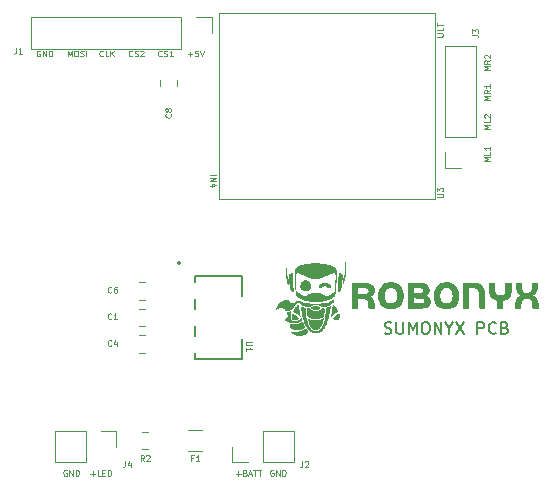
<source format=gbr>
%TF.GenerationSoftware,KiCad,Pcbnew,(6.0.9)*%
%TF.CreationDate,2023-05-28T23:18:01+10:00*%
%TF.ProjectId,SumoNyxPCB2.0,53756d6f-4e79-4785-9043-42322e302e6b,rev?*%
%TF.SameCoordinates,Original*%
%TF.FileFunction,Legend,Top*%
%TF.FilePolarity,Positive*%
%FSLAX46Y46*%
G04 Gerber Fmt 4.6, Leading zero omitted, Abs format (unit mm)*
G04 Created by KiCad (PCBNEW (6.0.9)) date 2023-05-28 23:18:01*
%MOMM*%
%LPD*%
G01*
G04 APERTURE LIST*
%ADD10C,0.100000*%
%ADD11C,0.200000*%
%ADD12C,0.152400*%
%ADD13C,0.120000*%
G04 APERTURE END LIST*
D10*
X170130952Y-103035714D02*
X170511904Y-103035714D01*
X170321428Y-103226190D02*
X170321428Y-102845238D01*
X170988095Y-103226190D02*
X170750000Y-103226190D01*
X170750000Y-102726190D01*
X171154761Y-102964285D02*
X171321428Y-102964285D01*
X171392857Y-103226190D02*
X171154761Y-103226190D01*
X171154761Y-102726190D01*
X171392857Y-102726190D01*
X171607142Y-103226190D02*
X171607142Y-102726190D01*
X171726190Y-102726190D01*
X171797619Y-102750000D01*
X171845238Y-102797619D01*
X171869047Y-102845238D01*
X171892857Y-102940476D01*
X171892857Y-103011904D01*
X171869047Y-103107142D01*
X171845238Y-103154761D01*
X171797619Y-103202380D01*
X171726190Y-103226190D01*
X171607142Y-103226190D01*
X168119047Y-102750000D02*
X168071428Y-102726190D01*
X168000000Y-102726190D01*
X167928571Y-102750000D01*
X167880952Y-102797619D01*
X167857142Y-102845238D01*
X167833333Y-102940476D01*
X167833333Y-103011904D01*
X167857142Y-103107142D01*
X167880952Y-103154761D01*
X167928571Y-103202380D01*
X168000000Y-103226190D01*
X168047619Y-103226190D01*
X168119047Y-103202380D01*
X168142857Y-103178571D01*
X168142857Y-103011904D01*
X168047619Y-103011904D01*
X168357142Y-103226190D02*
X168357142Y-102726190D01*
X168642857Y-103226190D01*
X168642857Y-102726190D01*
X168880952Y-103226190D02*
X168880952Y-102726190D01*
X169000000Y-102726190D01*
X169071428Y-102750000D01*
X169119047Y-102797619D01*
X169142857Y-102845238D01*
X169166666Y-102940476D01*
X169166666Y-103011904D01*
X169142857Y-103107142D01*
X169119047Y-103154761D01*
X169071428Y-103202380D01*
X169000000Y-103226190D01*
X168880952Y-103226190D01*
X185619047Y-102750000D02*
X185571428Y-102726190D01*
X185500000Y-102726190D01*
X185428571Y-102750000D01*
X185380952Y-102797619D01*
X185357142Y-102845238D01*
X185333333Y-102940476D01*
X185333333Y-103011904D01*
X185357142Y-103107142D01*
X185380952Y-103154761D01*
X185428571Y-103202380D01*
X185500000Y-103226190D01*
X185547619Y-103226190D01*
X185619047Y-103202380D01*
X185642857Y-103178571D01*
X185642857Y-103011904D01*
X185547619Y-103011904D01*
X185857142Y-103226190D02*
X185857142Y-102726190D01*
X186142857Y-103226190D01*
X186142857Y-102726190D01*
X186380952Y-103226190D02*
X186380952Y-102726190D01*
X186500000Y-102726190D01*
X186571428Y-102750000D01*
X186619047Y-102797619D01*
X186642857Y-102845238D01*
X186666666Y-102940476D01*
X186666666Y-103011904D01*
X186642857Y-103107142D01*
X186619047Y-103154761D01*
X186571428Y-103202380D01*
X186500000Y-103226190D01*
X186380952Y-103226190D01*
X182464285Y-103035714D02*
X182845238Y-103035714D01*
X182654761Y-103226190D02*
X182654761Y-102845238D01*
X183250000Y-102964285D02*
X183321428Y-102988095D01*
X183345238Y-103011904D01*
X183369047Y-103059523D01*
X183369047Y-103130952D01*
X183345238Y-103178571D01*
X183321428Y-103202380D01*
X183273809Y-103226190D01*
X183083333Y-103226190D01*
X183083333Y-102726190D01*
X183250000Y-102726190D01*
X183297619Y-102750000D01*
X183321428Y-102773809D01*
X183345238Y-102821428D01*
X183345238Y-102869047D01*
X183321428Y-102916666D01*
X183297619Y-102940476D01*
X183250000Y-102964285D01*
X183083333Y-102964285D01*
X183559523Y-103083333D02*
X183797619Y-103083333D01*
X183511904Y-103226190D02*
X183678571Y-102726190D01*
X183845238Y-103226190D01*
X183940476Y-102726190D02*
X184226190Y-102726190D01*
X184083333Y-103226190D02*
X184083333Y-102726190D01*
X184321428Y-102726190D02*
X184607142Y-102726190D01*
X184464285Y-103226190D02*
X184464285Y-102726190D01*
X178357142Y-67535714D02*
X178738095Y-67535714D01*
X178547619Y-67726190D02*
X178547619Y-67345238D01*
X179214285Y-67226190D02*
X178976190Y-67226190D01*
X178952380Y-67464285D01*
X178976190Y-67440476D01*
X179023809Y-67416666D01*
X179142857Y-67416666D01*
X179190476Y-67440476D01*
X179214285Y-67464285D01*
X179238095Y-67511904D01*
X179238095Y-67630952D01*
X179214285Y-67678571D01*
X179190476Y-67702380D01*
X179142857Y-67726190D01*
X179023809Y-67726190D01*
X178976190Y-67702380D01*
X178952380Y-67678571D01*
X179380952Y-67226190D02*
X179547619Y-67726190D01*
X179714285Y-67226190D01*
X176178571Y-67678571D02*
X176154761Y-67702380D01*
X176083333Y-67726190D01*
X176035714Y-67726190D01*
X175964285Y-67702380D01*
X175916666Y-67654761D01*
X175892857Y-67607142D01*
X175869047Y-67511904D01*
X175869047Y-67440476D01*
X175892857Y-67345238D01*
X175916666Y-67297619D01*
X175964285Y-67250000D01*
X176035714Y-67226190D01*
X176083333Y-67226190D01*
X176154761Y-67250000D01*
X176178571Y-67273809D01*
X176369047Y-67702380D02*
X176440476Y-67726190D01*
X176559523Y-67726190D01*
X176607142Y-67702380D01*
X176630952Y-67678571D01*
X176654761Y-67630952D01*
X176654761Y-67583333D01*
X176630952Y-67535714D01*
X176607142Y-67511904D01*
X176559523Y-67488095D01*
X176464285Y-67464285D01*
X176416666Y-67440476D01*
X176392857Y-67416666D01*
X176369047Y-67369047D01*
X176369047Y-67321428D01*
X176392857Y-67273809D01*
X176416666Y-67250000D01*
X176464285Y-67226190D01*
X176583333Y-67226190D01*
X176654761Y-67250000D01*
X177130952Y-67726190D02*
X176845238Y-67726190D01*
X176988095Y-67726190D02*
X176988095Y-67226190D01*
X176940476Y-67297619D01*
X176892857Y-67345238D01*
X176845238Y-67369047D01*
X168214285Y-67726190D02*
X168214285Y-67226190D01*
X168380952Y-67583333D01*
X168547619Y-67226190D01*
X168547619Y-67726190D01*
X168880952Y-67226190D02*
X168976190Y-67226190D01*
X169023809Y-67250000D01*
X169071428Y-67297619D01*
X169095238Y-67392857D01*
X169095238Y-67559523D01*
X169071428Y-67654761D01*
X169023809Y-67702380D01*
X168976190Y-67726190D01*
X168880952Y-67726190D01*
X168833333Y-67702380D01*
X168785714Y-67654761D01*
X168761904Y-67559523D01*
X168761904Y-67392857D01*
X168785714Y-67297619D01*
X168833333Y-67250000D01*
X168880952Y-67226190D01*
X169285714Y-67702380D02*
X169357142Y-67726190D01*
X169476190Y-67726190D01*
X169523809Y-67702380D01*
X169547619Y-67678571D01*
X169571428Y-67630952D01*
X169571428Y-67583333D01*
X169547619Y-67535714D01*
X169523809Y-67511904D01*
X169476190Y-67488095D01*
X169380952Y-67464285D01*
X169333333Y-67440476D01*
X169309523Y-67416666D01*
X169285714Y-67369047D01*
X169285714Y-67321428D01*
X169309523Y-67273809D01*
X169333333Y-67250000D01*
X169380952Y-67226190D01*
X169500000Y-67226190D01*
X169571428Y-67250000D01*
X169785714Y-67726190D02*
X169785714Y-67226190D01*
X165869047Y-67250000D02*
X165821428Y-67226190D01*
X165750000Y-67226190D01*
X165678571Y-67250000D01*
X165630952Y-67297619D01*
X165607142Y-67345238D01*
X165583333Y-67440476D01*
X165583333Y-67511904D01*
X165607142Y-67607142D01*
X165630952Y-67654761D01*
X165678571Y-67702380D01*
X165750000Y-67726190D01*
X165797619Y-67726190D01*
X165869047Y-67702380D01*
X165892857Y-67678571D01*
X165892857Y-67511904D01*
X165797619Y-67511904D01*
X166107142Y-67726190D02*
X166107142Y-67226190D01*
X166392857Y-67726190D01*
X166392857Y-67226190D01*
X166630952Y-67726190D02*
X166630952Y-67226190D01*
X166750000Y-67226190D01*
X166821428Y-67250000D01*
X166869047Y-67297619D01*
X166892857Y-67345238D01*
X166916666Y-67440476D01*
X166916666Y-67511904D01*
X166892857Y-67607142D01*
X166869047Y-67654761D01*
X166821428Y-67702380D01*
X166750000Y-67726190D01*
X166630952Y-67726190D01*
X171202380Y-67678571D02*
X171178571Y-67702380D01*
X171107142Y-67726190D01*
X171059523Y-67726190D01*
X170988095Y-67702380D01*
X170940476Y-67654761D01*
X170916666Y-67607142D01*
X170892857Y-67511904D01*
X170892857Y-67440476D01*
X170916666Y-67345238D01*
X170940476Y-67297619D01*
X170988095Y-67250000D01*
X171059523Y-67226190D01*
X171107142Y-67226190D01*
X171178571Y-67250000D01*
X171202380Y-67273809D01*
X171654761Y-67726190D02*
X171416666Y-67726190D01*
X171416666Y-67226190D01*
X171821428Y-67726190D02*
X171821428Y-67226190D01*
X172107142Y-67726190D02*
X171892857Y-67440476D01*
X172107142Y-67226190D02*
X171821428Y-67511904D01*
X173678571Y-67678571D02*
X173654761Y-67702380D01*
X173583333Y-67726190D01*
X173535714Y-67726190D01*
X173464285Y-67702380D01*
X173416666Y-67654761D01*
X173392857Y-67607142D01*
X173369047Y-67511904D01*
X173369047Y-67440476D01*
X173392857Y-67345238D01*
X173416666Y-67297619D01*
X173464285Y-67250000D01*
X173535714Y-67226190D01*
X173583333Y-67226190D01*
X173654761Y-67250000D01*
X173678571Y-67273809D01*
X173869047Y-67702380D02*
X173940476Y-67726190D01*
X174059523Y-67726190D01*
X174107142Y-67702380D01*
X174130952Y-67678571D01*
X174154761Y-67630952D01*
X174154761Y-67583333D01*
X174130952Y-67535714D01*
X174107142Y-67511904D01*
X174059523Y-67488095D01*
X173964285Y-67464285D01*
X173916666Y-67440476D01*
X173892857Y-67416666D01*
X173869047Y-67369047D01*
X173869047Y-67321428D01*
X173892857Y-67273809D01*
X173916666Y-67250000D01*
X173964285Y-67226190D01*
X174083333Y-67226190D01*
X174154761Y-67250000D01*
X174345238Y-67273809D02*
X174369047Y-67250000D01*
X174416666Y-67226190D01*
X174535714Y-67226190D01*
X174583333Y-67250000D01*
X174607142Y-67273809D01*
X174630952Y-67321428D01*
X174630952Y-67369047D01*
X174607142Y-67440476D01*
X174321428Y-67726190D01*
X174630952Y-67726190D01*
X180273809Y-77750000D02*
X180773809Y-77750000D01*
X180273809Y-77988095D02*
X180773809Y-77988095D01*
X180273809Y-78273809D01*
X180773809Y-78273809D01*
X180607142Y-78726190D02*
X180273809Y-78726190D01*
X180797619Y-78607142D02*
X180440476Y-78488095D01*
X180440476Y-78797619D01*
X199476190Y-66035714D02*
X199880952Y-66035714D01*
X199928571Y-66011904D01*
X199952380Y-65988095D01*
X199976190Y-65940476D01*
X199976190Y-65845238D01*
X199952380Y-65797619D01*
X199928571Y-65773809D01*
X199880952Y-65750000D01*
X199476190Y-65750000D01*
X199976190Y-65273809D02*
X199976190Y-65511904D01*
X199476190Y-65511904D01*
X199476190Y-65178571D02*
X199476190Y-64892857D01*
X199976190Y-65035714D02*
X199476190Y-65035714D01*
X203976190Y-68904761D02*
X203476190Y-68904761D01*
X203833333Y-68738095D01*
X203476190Y-68571428D01*
X203976190Y-68571428D01*
X203976190Y-68047619D02*
X203738095Y-68214285D01*
X203976190Y-68333333D02*
X203476190Y-68333333D01*
X203476190Y-68142857D01*
X203500000Y-68095238D01*
X203523809Y-68071428D01*
X203571428Y-68047619D01*
X203642857Y-68047619D01*
X203690476Y-68071428D01*
X203714285Y-68095238D01*
X203738095Y-68142857D01*
X203738095Y-68333333D01*
X203523809Y-67857142D02*
X203500000Y-67833333D01*
X203476190Y-67785714D01*
X203476190Y-67666666D01*
X203500000Y-67619047D01*
X203523809Y-67595238D01*
X203571428Y-67571428D01*
X203619047Y-67571428D01*
X203690476Y-67595238D01*
X203976190Y-67880952D01*
X203976190Y-67571428D01*
X203976190Y-71404761D02*
X203476190Y-71404761D01*
X203833333Y-71238095D01*
X203476190Y-71071428D01*
X203976190Y-71071428D01*
X203976190Y-70547619D02*
X203738095Y-70714285D01*
X203976190Y-70833333D02*
X203476190Y-70833333D01*
X203476190Y-70642857D01*
X203500000Y-70595238D01*
X203523809Y-70571428D01*
X203571428Y-70547619D01*
X203642857Y-70547619D01*
X203690476Y-70571428D01*
X203714285Y-70595238D01*
X203738095Y-70642857D01*
X203738095Y-70833333D01*
X203976190Y-70071428D02*
X203976190Y-70357142D01*
X203976190Y-70214285D02*
X203476190Y-70214285D01*
X203547619Y-70261904D01*
X203595238Y-70309523D01*
X203619047Y-70357142D01*
X203976190Y-73857142D02*
X203476190Y-73857142D01*
X203833333Y-73690476D01*
X203476190Y-73523809D01*
X203976190Y-73523809D01*
X203976190Y-73047619D02*
X203976190Y-73285714D01*
X203476190Y-73285714D01*
X203523809Y-72904761D02*
X203500000Y-72880952D01*
X203476190Y-72833333D01*
X203476190Y-72714285D01*
X203500000Y-72666666D01*
X203523809Y-72642857D01*
X203571428Y-72619047D01*
X203619047Y-72619047D01*
X203690476Y-72642857D01*
X203976190Y-72928571D01*
X203976190Y-72619047D01*
X203976190Y-76607142D02*
X203476190Y-76607142D01*
X203833333Y-76440476D01*
X203476190Y-76273809D01*
X203976190Y-76273809D01*
X203976190Y-75797619D02*
X203976190Y-76035714D01*
X203476190Y-76035714D01*
X203976190Y-75369047D02*
X203976190Y-75654761D01*
X203976190Y-75511904D02*
X203476190Y-75511904D01*
X203547619Y-75559523D01*
X203595238Y-75607142D01*
X203619047Y-75654761D01*
D11*
X195035714Y-91154761D02*
X195178571Y-91202380D01*
X195416666Y-91202380D01*
X195511904Y-91154761D01*
X195559523Y-91107142D01*
X195607142Y-91011904D01*
X195607142Y-90916666D01*
X195559523Y-90821428D01*
X195511904Y-90773809D01*
X195416666Y-90726190D01*
X195226190Y-90678571D01*
X195130952Y-90630952D01*
X195083333Y-90583333D01*
X195035714Y-90488095D01*
X195035714Y-90392857D01*
X195083333Y-90297619D01*
X195130952Y-90250000D01*
X195226190Y-90202380D01*
X195464285Y-90202380D01*
X195607142Y-90250000D01*
X196035714Y-90202380D02*
X196035714Y-91011904D01*
X196083333Y-91107142D01*
X196130952Y-91154761D01*
X196226190Y-91202380D01*
X196416666Y-91202380D01*
X196511904Y-91154761D01*
X196559523Y-91107142D01*
X196607142Y-91011904D01*
X196607142Y-90202380D01*
X197083333Y-91202380D02*
X197083333Y-90202380D01*
X197416666Y-90916666D01*
X197750000Y-90202380D01*
X197750000Y-91202380D01*
X198416666Y-90202380D02*
X198607142Y-90202380D01*
X198702380Y-90250000D01*
X198797619Y-90345238D01*
X198845238Y-90535714D01*
X198845238Y-90869047D01*
X198797619Y-91059523D01*
X198702380Y-91154761D01*
X198607142Y-91202380D01*
X198416666Y-91202380D01*
X198321428Y-91154761D01*
X198226190Y-91059523D01*
X198178571Y-90869047D01*
X198178571Y-90535714D01*
X198226190Y-90345238D01*
X198321428Y-90250000D01*
X198416666Y-90202380D01*
X199273809Y-91202380D02*
X199273809Y-90202380D01*
X199845238Y-91202380D01*
X199845238Y-90202380D01*
X200511904Y-90726190D02*
X200511904Y-91202380D01*
X200178571Y-90202380D02*
X200511904Y-90726190D01*
X200845238Y-90202380D01*
X201083333Y-90202380D02*
X201750000Y-91202380D01*
X201750000Y-90202380D02*
X201083333Y-91202380D01*
X202892857Y-91202380D02*
X202892857Y-90202380D01*
X203273809Y-90202380D01*
X203369047Y-90250000D01*
X203416666Y-90297619D01*
X203464285Y-90392857D01*
X203464285Y-90535714D01*
X203416666Y-90630952D01*
X203369047Y-90678571D01*
X203273809Y-90726190D01*
X202892857Y-90726190D01*
X204464285Y-91107142D02*
X204416666Y-91154761D01*
X204273809Y-91202380D01*
X204178571Y-91202380D01*
X204035714Y-91154761D01*
X203940476Y-91059523D01*
X203892857Y-90964285D01*
X203845238Y-90773809D01*
X203845238Y-90630952D01*
X203892857Y-90440476D01*
X203940476Y-90345238D01*
X204035714Y-90250000D01*
X204178571Y-90202380D01*
X204273809Y-90202380D01*
X204416666Y-90250000D01*
X204464285Y-90297619D01*
X205226190Y-90678571D02*
X205369047Y-90726190D01*
X205416666Y-90773809D01*
X205464285Y-90869047D01*
X205464285Y-91011904D01*
X205416666Y-91107142D01*
X205369047Y-91154761D01*
X205273809Y-91202380D01*
X204892857Y-91202380D01*
X204892857Y-90202380D01*
X205226190Y-90202380D01*
X205321428Y-90250000D01*
X205369047Y-90297619D01*
X205416666Y-90392857D01*
X205416666Y-90488095D01*
X205369047Y-90583333D01*
X205321428Y-90630952D01*
X205226190Y-90678571D01*
X204892857Y-90678571D01*
D10*
%TO.C,U1*%
X183773809Y-91869047D02*
X183369047Y-91869047D01*
X183321428Y-91892857D01*
X183297619Y-91916666D01*
X183273809Y-91964285D01*
X183273809Y-92059523D01*
X183297619Y-92107142D01*
X183321428Y-92130952D01*
X183369047Y-92154761D01*
X183773809Y-92154761D01*
X183273809Y-92654761D02*
X183273809Y-92369047D01*
X183273809Y-92511904D02*
X183773809Y-92511904D01*
X183702380Y-92464285D01*
X183654761Y-92416666D01*
X183630952Y-92369047D01*
%TO.C,R2*%
X174666666Y-101976190D02*
X174500000Y-101738095D01*
X174380952Y-101976190D02*
X174380952Y-101476190D01*
X174571428Y-101476190D01*
X174619047Y-101500000D01*
X174642857Y-101523809D01*
X174666666Y-101571428D01*
X174666666Y-101642857D01*
X174642857Y-101690476D01*
X174619047Y-101714285D01*
X174571428Y-101738095D01*
X174380952Y-101738095D01*
X174857142Y-101523809D02*
X174880952Y-101500000D01*
X174928571Y-101476190D01*
X175047619Y-101476190D01*
X175095238Y-101500000D01*
X175119047Y-101523809D01*
X175142857Y-101571428D01*
X175142857Y-101619047D01*
X175119047Y-101690476D01*
X174833333Y-101976190D01*
X175142857Y-101976190D01*
%TO.C,F1*%
X178833333Y-101714285D02*
X178666666Y-101714285D01*
X178666666Y-101976190D02*
X178666666Y-101476190D01*
X178904761Y-101476190D01*
X179357142Y-101976190D02*
X179071428Y-101976190D01*
X179214285Y-101976190D02*
X179214285Y-101476190D01*
X179166666Y-101547619D01*
X179119047Y-101595238D01*
X179071428Y-101619047D01*
%TO.C,C8*%
X176928571Y-72583333D02*
X176952380Y-72607142D01*
X176976190Y-72678571D01*
X176976190Y-72726190D01*
X176952380Y-72797619D01*
X176904761Y-72845238D01*
X176857142Y-72869047D01*
X176761904Y-72892857D01*
X176690476Y-72892857D01*
X176595238Y-72869047D01*
X176547619Y-72845238D01*
X176500000Y-72797619D01*
X176476190Y-72726190D01*
X176476190Y-72678571D01*
X176500000Y-72607142D01*
X176523809Y-72583333D01*
X176690476Y-72297619D02*
X176666666Y-72345238D01*
X176642857Y-72369047D01*
X176595238Y-72392857D01*
X176571428Y-72392857D01*
X176523809Y-72369047D01*
X176500000Y-72345238D01*
X176476190Y-72297619D01*
X176476190Y-72202380D01*
X176500000Y-72154761D01*
X176523809Y-72130952D01*
X176571428Y-72107142D01*
X176595238Y-72107142D01*
X176642857Y-72130952D01*
X176666666Y-72154761D01*
X176690476Y-72202380D01*
X176690476Y-72297619D01*
X176714285Y-72345238D01*
X176738095Y-72369047D01*
X176785714Y-72392857D01*
X176880952Y-72392857D01*
X176928571Y-72369047D01*
X176952380Y-72345238D01*
X176976190Y-72297619D01*
X176976190Y-72202380D01*
X176952380Y-72154761D01*
X176928571Y-72130952D01*
X176880952Y-72107142D01*
X176785714Y-72107142D01*
X176738095Y-72130952D01*
X176714285Y-72154761D01*
X176690476Y-72202380D01*
%TO.C,C6*%
X171916666Y-87678571D02*
X171892857Y-87702380D01*
X171821428Y-87726190D01*
X171773809Y-87726190D01*
X171702380Y-87702380D01*
X171654761Y-87654761D01*
X171630952Y-87607142D01*
X171607142Y-87511904D01*
X171607142Y-87440476D01*
X171630952Y-87345238D01*
X171654761Y-87297619D01*
X171702380Y-87250000D01*
X171773809Y-87226190D01*
X171821428Y-87226190D01*
X171892857Y-87250000D01*
X171916666Y-87273809D01*
X172345238Y-87226190D02*
X172250000Y-87226190D01*
X172202380Y-87250000D01*
X172178571Y-87273809D01*
X172130952Y-87345238D01*
X172107142Y-87440476D01*
X172107142Y-87630952D01*
X172130952Y-87678571D01*
X172154761Y-87702380D01*
X172202380Y-87726190D01*
X172297619Y-87726190D01*
X172345238Y-87702380D01*
X172369047Y-87678571D01*
X172392857Y-87630952D01*
X172392857Y-87511904D01*
X172369047Y-87464285D01*
X172345238Y-87440476D01*
X172297619Y-87416666D01*
X172202380Y-87416666D01*
X172154761Y-87440476D01*
X172130952Y-87464285D01*
X172107142Y-87511904D01*
%TO.C,C4*%
X171916666Y-92178571D02*
X171892857Y-92202380D01*
X171821428Y-92226190D01*
X171773809Y-92226190D01*
X171702380Y-92202380D01*
X171654761Y-92154761D01*
X171630952Y-92107142D01*
X171607142Y-92011904D01*
X171607142Y-91940476D01*
X171630952Y-91845238D01*
X171654761Y-91797619D01*
X171702380Y-91750000D01*
X171773809Y-91726190D01*
X171821428Y-91726190D01*
X171892857Y-91750000D01*
X171916666Y-91773809D01*
X172345238Y-91892857D02*
X172345238Y-92226190D01*
X172226190Y-91702380D02*
X172107142Y-92059523D01*
X172416666Y-92059523D01*
%TO.C,C1*%
X171916666Y-89928571D02*
X171892857Y-89952380D01*
X171821428Y-89976190D01*
X171773809Y-89976190D01*
X171702380Y-89952380D01*
X171654761Y-89904761D01*
X171630952Y-89857142D01*
X171607142Y-89761904D01*
X171607142Y-89690476D01*
X171630952Y-89595238D01*
X171654761Y-89547619D01*
X171702380Y-89500000D01*
X171773809Y-89476190D01*
X171821428Y-89476190D01*
X171892857Y-89500000D01*
X171916666Y-89523809D01*
X172392857Y-89976190D02*
X172107142Y-89976190D01*
X172250000Y-89976190D02*
X172250000Y-89476190D01*
X172202380Y-89547619D01*
X172154761Y-89595238D01*
X172107142Y-89619047D01*
%TO.C,U3*%
X199476190Y-79630952D02*
X199880952Y-79630952D01*
X199928571Y-79607142D01*
X199952380Y-79583333D01*
X199976190Y-79535714D01*
X199976190Y-79440476D01*
X199952380Y-79392857D01*
X199928571Y-79369047D01*
X199880952Y-79345238D01*
X199476190Y-79345238D01*
X199476190Y-79154761D02*
X199476190Y-78845238D01*
X199666666Y-79011904D01*
X199666666Y-78940476D01*
X199690476Y-78892857D01*
X199714285Y-78869047D01*
X199761904Y-78845238D01*
X199880952Y-78845238D01*
X199928571Y-78869047D01*
X199952380Y-78892857D01*
X199976190Y-78940476D01*
X199976190Y-79083333D01*
X199952380Y-79130952D01*
X199928571Y-79154761D01*
%TO.C,J3*%
X202476190Y-65916666D02*
X202833333Y-65916666D01*
X202904761Y-65940476D01*
X202952380Y-65988095D01*
X202976190Y-66059523D01*
X202976190Y-66107142D01*
X202476190Y-65726190D02*
X202476190Y-65416666D01*
X202666666Y-65583333D01*
X202666666Y-65511904D01*
X202690476Y-65464285D01*
X202714285Y-65440476D01*
X202761904Y-65416666D01*
X202880952Y-65416666D01*
X202928571Y-65440476D01*
X202952380Y-65464285D01*
X202976190Y-65511904D01*
X202976190Y-65654761D01*
X202952380Y-65702380D01*
X202928571Y-65726190D01*
%TO.C,J4*%
X173083333Y-101976190D02*
X173083333Y-102333333D01*
X173059523Y-102404761D01*
X173011904Y-102452380D01*
X172940476Y-102476190D01*
X172892857Y-102476190D01*
X173535714Y-102142857D02*
X173535714Y-102476190D01*
X173416666Y-101952380D02*
X173297619Y-102309523D01*
X173607142Y-102309523D01*
%TO.C,J2*%
X188083333Y-101976190D02*
X188083333Y-102333333D01*
X188059523Y-102404761D01*
X188011904Y-102452380D01*
X187940476Y-102476190D01*
X187892857Y-102476190D01*
X188297619Y-102023809D02*
X188321428Y-102000000D01*
X188369047Y-101976190D01*
X188488095Y-101976190D01*
X188535714Y-102000000D01*
X188559523Y-102023809D01*
X188583333Y-102071428D01*
X188583333Y-102119047D01*
X188559523Y-102190476D01*
X188273809Y-102476190D01*
X188583333Y-102476190D01*
%TO.C,J1*%
X163833333Y-66976190D02*
X163833333Y-67333333D01*
X163809523Y-67404761D01*
X163761904Y-67452380D01*
X163690476Y-67476190D01*
X163642857Y-67476190D01*
X164333333Y-67476190D02*
X164047619Y-67476190D01*
X164190476Y-67476190D02*
X164190476Y-66976190D01*
X164142857Y-67047619D01*
X164095238Y-67095238D01*
X164047619Y-67119047D01*
%TO.C,G\u002A\u002A\u002A*%
G36*
X190074137Y-86865394D02*
G01*
X190154220Y-86882602D01*
X190231877Y-86911823D01*
X190308177Y-86953531D01*
X190384188Y-87008199D01*
X190445123Y-87061225D01*
X190481565Y-87097303D01*
X190507581Y-87128382D01*
X190524550Y-87156815D01*
X190533851Y-87184953D01*
X190536863Y-87215149D01*
X190536874Y-87217766D01*
X190530486Y-87263604D01*
X190511711Y-87303228D01*
X190480824Y-87336104D01*
X190472394Y-87342404D01*
X190452280Y-87354715D01*
X190432458Y-87361578D01*
X190406872Y-87364816D01*
X190395909Y-87365409D01*
X190361140Y-87364854D01*
X190334659Y-87360180D01*
X190328415Y-87357814D01*
X190315236Y-87349231D01*
X190295073Y-87333139D01*
X190270742Y-87311894D01*
X190246737Y-87289476D01*
X190191099Y-87240067D01*
X190138966Y-87203058D01*
X190088994Y-87177811D01*
X190039840Y-87163690D01*
X189990161Y-87160061D01*
X189975251Y-87160897D01*
X189922581Y-87171442D01*
X189868158Y-87193453D01*
X189814851Y-87225279D01*
X189765528Y-87265270D01*
X189731782Y-87300934D01*
X189700787Y-87331986D01*
X189668486Y-87350814D01*
X189631473Y-87358939D01*
X189601642Y-87359116D01*
X189556573Y-87351413D01*
X189520137Y-87333327D01*
X189490773Y-87303933D01*
X189479396Y-87286679D01*
X189464033Y-87247686D01*
X189459862Y-87205093D01*
X189467089Y-87163537D01*
X189473223Y-87148234D01*
X189486872Y-87126975D01*
X189509372Y-87099922D01*
X189538313Y-87069442D01*
X189571287Y-87037903D01*
X189605886Y-87007673D01*
X189639700Y-86981120D01*
X189652376Y-86972120D01*
X189729129Y-86925410D01*
X189804702Y-86891648D01*
X189880961Y-86870212D01*
X189959775Y-86860483D01*
X189990560Y-86859725D01*
X190074137Y-86865394D01*
G37*
G36*
X188434447Y-86683065D02*
G01*
X188507974Y-86702618D01*
X188576520Y-86733889D01*
X188638834Y-86775899D01*
X188693668Y-86827665D01*
X188739771Y-86888205D01*
X188775895Y-86956537D01*
X188798630Y-87023076D01*
X188806580Y-87068719D01*
X188809584Y-87121873D01*
X188807729Y-87177088D01*
X188801102Y-87228912D01*
X188794914Y-87255959D01*
X188767660Y-87328663D01*
X188728962Y-87395107D01*
X188680173Y-87453983D01*
X188622643Y-87503983D01*
X188557724Y-87543798D01*
X188486767Y-87572120D01*
X188461379Y-87578929D01*
X188420966Y-87585395D01*
X188372811Y-87588444D01*
X188322456Y-87588085D01*
X188275444Y-87584325D01*
X188242921Y-87578624D01*
X188170183Y-87554140D01*
X188103783Y-87518130D01*
X188044758Y-87471919D01*
X187994141Y-87416837D01*
X187952969Y-87354211D01*
X187922278Y-87285369D01*
X187903102Y-87211639D01*
X187896477Y-87134350D01*
X187896477Y-87134327D01*
X187903050Y-87055995D01*
X187922199Y-86981425D01*
X187953068Y-86912001D01*
X187994801Y-86849104D01*
X188046540Y-86794117D01*
X188107431Y-86748420D01*
X188150027Y-86725062D01*
X188198820Y-86703412D01*
X188241460Y-86688910D01*
X188282933Y-86680381D01*
X188328225Y-86676648D01*
X188357186Y-86676214D01*
X188434447Y-86683065D01*
G37*
G36*
X191755793Y-84938839D02*
G01*
X191757798Y-84940732D01*
X191759511Y-84945365D01*
X191760942Y-84953652D01*
X191762103Y-84966506D01*
X191763005Y-84984841D01*
X191763657Y-85009570D01*
X191764072Y-85041606D01*
X191764259Y-85081864D01*
X191764229Y-85131255D01*
X191763994Y-85190695D01*
X191763564Y-85261096D01*
X191762950Y-85343371D01*
X191762163Y-85438434D01*
X191761964Y-85461513D01*
X191760644Y-85595019D01*
X191759051Y-85715790D01*
X191757097Y-85824994D01*
X191754692Y-85923802D01*
X191751748Y-86013383D01*
X191748177Y-86094906D01*
X191743890Y-86169542D01*
X191738799Y-86238459D01*
X191732814Y-86302827D01*
X191725847Y-86363816D01*
X191717810Y-86422595D01*
X191708613Y-86480334D01*
X191698169Y-86538203D01*
X191686389Y-86597370D01*
X191673184Y-86659006D01*
X191670226Y-86672351D01*
X191643423Y-86780172D01*
X191613933Y-86874801D01*
X191581565Y-86956724D01*
X191546131Y-87026429D01*
X191513070Y-87076964D01*
X191493499Y-87101604D01*
X191480008Y-87114116D01*
X191472097Y-87114621D01*
X191469265Y-87103240D01*
X191470129Y-87087393D01*
X191471495Y-87074236D01*
X191474090Y-87048859D01*
X191477752Y-87012880D01*
X191482316Y-86967915D01*
X191487618Y-86915582D01*
X191493494Y-86857498D01*
X191499779Y-86795278D01*
X191502968Y-86763689D01*
X191532647Y-86469535D01*
X191560894Y-86440366D01*
X191578594Y-86419079D01*
X191592244Y-86394504D01*
X191604467Y-86361760D01*
X191606424Y-86355570D01*
X191614269Y-86329797D01*
X191621279Y-86305215D01*
X191627570Y-86280760D01*
X191633261Y-86255368D01*
X191638471Y-86227976D01*
X191643316Y-86197521D01*
X191647916Y-86162938D01*
X191652387Y-86123164D01*
X191656848Y-86077135D01*
X191661417Y-86023787D01*
X191666212Y-85962058D01*
X191671351Y-85890883D01*
X191676951Y-85809198D01*
X191683132Y-85715940D01*
X191690010Y-85610045D01*
X191691256Y-85590719D01*
X191698682Y-85476776D01*
X191705436Y-85376021D01*
X191711588Y-85287758D01*
X191717206Y-85211288D01*
X191722361Y-85145914D01*
X191727120Y-85090938D01*
X191731553Y-85045663D01*
X191735729Y-85009391D01*
X191739717Y-84981425D01*
X191743586Y-84961066D01*
X191747405Y-84947616D01*
X191751244Y-84940379D01*
X191755171Y-84938657D01*
X191755793Y-84938839D01*
G37*
G36*
X186680734Y-84943756D02*
G01*
X186684419Y-84956729D01*
X186688121Y-84978032D01*
X186691945Y-85008533D01*
X186695994Y-85049099D01*
X186700370Y-85100599D01*
X186705178Y-85163901D01*
X186710520Y-85239875D01*
X186712853Y-85274349D01*
X186722312Y-85413294D01*
X186731513Y-85544213D01*
X186740392Y-85666295D01*
X186748887Y-85778730D01*
X186756934Y-85880705D01*
X186764471Y-85971411D01*
X186771436Y-86050036D01*
X186777764Y-86115768D01*
X186779109Y-86128852D01*
X186784721Y-86180021D01*
X186789989Y-86220765D01*
X186795570Y-86254531D01*
X186802119Y-86284765D01*
X186810290Y-86314912D01*
X186820738Y-86348419D01*
X186821000Y-86349223D01*
X186834504Y-86388768D01*
X186845401Y-86416040D01*
X186854264Y-86432303D01*
X186861573Y-86438794D01*
X186870877Y-86442287D01*
X186878528Y-86447232D01*
X186884863Y-86455083D01*
X186890220Y-86467292D01*
X186894936Y-86485312D01*
X186899348Y-86510597D01*
X186903794Y-86544599D01*
X186908612Y-86588771D01*
X186914137Y-86644566D01*
X186917496Y-86679635D01*
X186926526Y-86775335D01*
X186934114Y-86857755D01*
X186940303Y-86927441D01*
X186945138Y-86984939D01*
X186948660Y-87030797D01*
X186950914Y-87065559D01*
X186951943Y-87089774D01*
X186951791Y-87103986D01*
X186951419Y-87106940D01*
X186948392Y-87111679D01*
X186941811Y-87108123D01*
X186930237Y-87095051D01*
X186916950Y-87077637D01*
X186879274Y-87019571D01*
X186844768Y-86951118D01*
X186813367Y-86871944D01*
X186785001Y-86781714D01*
X186759605Y-86680097D01*
X186737110Y-86566757D01*
X186717449Y-86441361D01*
X186700556Y-86303576D01*
X186686362Y-86153067D01*
X186674800Y-85989502D01*
X186666886Y-85837558D01*
X186665303Y-85794019D01*
X186664012Y-85742361D01*
X186663005Y-85683977D01*
X186662272Y-85620256D01*
X186661803Y-85552590D01*
X186661589Y-85482370D01*
X186661620Y-85410986D01*
X186661887Y-85339830D01*
X186662381Y-85270293D01*
X186663091Y-85203765D01*
X186664009Y-85141638D01*
X186665125Y-85085302D01*
X186666430Y-85036149D01*
X186667914Y-84995570D01*
X186669567Y-84964955D01*
X186671380Y-84945695D01*
X186673007Y-84939323D01*
X186676965Y-84938243D01*
X186680734Y-84943756D01*
G37*
G36*
X191302066Y-86079506D02*
G01*
X191349953Y-86086501D01*
X191391754Y-86098642D01*
X191424241Y-86115405D01*
X191430338Y-86120096D01*
X191445698Y-86134332D01*
X191457596Y-86149359D01*
X191466621Y-86167291D01*
X191473357Y-86190244D01*
X191478391Y-86220332D01*
X191482310Y-86259670D01*
X191485700Y-86310372D01*
X191486372Y-86322165D01*
X191488540Y-86368421D01*
X191489965Y-86414581D01*
X191490586Y-86457004D01*
X191490344Y-86492051D01*
X191489510Y-86512017D01*
X191486496Y-86548978D01*
X191482016Y-86596005D01*
X191476273Y-86651459D01*
X191469472Y-86713700D01*
X191461815Y-86781086D01*
X191453507Y-86851978D01*
X191444751Y-86924735D01*
X191435751Y-86997718D01*
X191426710Y-87069286D01*
X191417833Y-87137799D01*
X191409322Y-87201617D01*
X191401381Y-87259100D01*
X191394215Y-87308606D01*
X191388026Y-87348497D01*
X191383018Y-87377132D01*
X191380784Y-87387734D01*
X191363638Y-87440210D01*
X191338248Y-87491334D01*
X191306280Y-87539384D01*
X191269400Y-87582636D01*
X191229273Y-87619367D01*
X191187564Y-87647852D01*
X191145940Y-87666369D01*
X191106065Y-87673194D01*
X191104912Y-87673200D01*
X191095911Y-87672592D01*
X191091117Y-87668722D01*
X191089667Y-87658519D01*
X191090699Y-87638910D01*
X191091739Y-87626266D01*
X191092616Y-87613005D01*
X191094124Y-87586829D01*
X191096214Y-87548712D01*
X191098834Y-87499627D01*
X191101935Y-87440550D01*
X191105466Y-87372455D01*
X191109377Y-87296315D01*
X191113618Y-87213105D01*
X191118138Y-87123800D01*
X191122887Y-87029373D01*
X191127815Y-86930798D01*
X191132637Y-86833780D01*
X191169590Y-86088227D01*
X191200960Y-86083035D01*
X191251326Y-86078176D01*
X191302066Y-86079506D01*
G37*
G36*
X187194697Y-86080049D02*
G01*
X187222938Y-86082411D01*
X187244596Y-86085813D01*
X187256099Y-86090040D01*
X187256325Y-86090251D01*
X187257136Y-86097528D01*
X187258580Y-86117817D01*
X187260608Y-86150242D01*
X187263175Y-86193925D01*
X187266232Y-86247988D01*
X187269731Y-86311555D01*
X187273626Y-86383748D01*
X187277867Y-86463691D01*
X187282409Y-86550505D01*
X187287202Y-86643313D01*
X187292201Y-86741240D01*
X187297356Y-86843406D01*
X187299364Y-86883520D01*
X187338814Y-87673200D01*
X187317819Y-87672602D01*
X187295683Y-87670261D01*
X187279036Y-87666606D01*
X187238435Y-87648145D01*
X187197067Y-87618214D01*
X187156900Y-87578977D01*
X187119900Y-87532600D01*
X187088034Y-87481248D01*
X187064599Y-87430583D01*
X187059185Y-87416026D01*
X187054288Y-87401306D01*
X187049711Y-87385208D01*
X187045258Y-87366519D01*
X187040730Y-87344022D01*
X187035932Y-87316504D01*
X187030665Y-87282750D01*
X187024734Y-87241544D01*
X187017940Y-87191673D01*
X187010088Y-87131922D01*
X187000979Y-87061075D01*
X186990416Y-86977919D01*
X186987773Y-86957021D01*
X186975973Y-86862489D01*
X186966072Y-86780102D01*
X186957956Y-86708244D01*
X186951512Y-86645300D01*
X186946629Y-86589655D01*
X186943192Y-86539692D01*
X186941090Y-86493798D01*
X186940209Y-86450357D01*
X186940435Y-86407752D01*
X186941658Y-86364369D01*
X186943506Y-86323508D01*
X186946089Y-86275811D01*
X186948456Y-86239760D01*
X186950930Y-86213103D01*
X186953831Y-86193591D01*
X186957481Y-86178972D01*
X186962201Y-86166997D01*
X186967233Y-86157325D01*
X186992468Y-86126307D01*
X187028942Y-86102593D01*
X187075779Y-86086661D01*
X187106208Y-86081318D01*
X187132759Y-86079289D01*
X187163446Y-86078937D01*
X187194697Y-86080049D01*
G37*
G36*
X187429419Y-86157391D02*
G01*
X187427907Y-86096712D01*
X187426896Y-86046822D01*
X187426398Y-86006166D01*
X187426427Y-85973188D01*
X187426997Y-85946334D01*
X187428121Y-85924049D01*
X187429813Y-85904779D01*
X187432087Y-85886967D01*
X187434551Y-85871434D01*
X187451849Y-85795166D01*
X187476907Y-85728476D01*
X187511086Y-85668595D01*
X187555744Y-85612755D01*
X187567999Y-85599825D01*
X187626837Y-85548250D01*
X187698879Y-85500509D01*
X187783950Y-85456645D01*
X187881876Y-85416701D01*
X187992482Y-85380719D01*
X188115593Y-85348742D01*
X188251032Y-85320813D01*
X188398627Y-85296975D01*
X188558201Y-85277272D01*
X188729579Y-85261744D01*
X188912587Y-85250437D01*
X189011643Y-85246262D01*
X189133751Y-85243425D01*
X189261313Y-85243323D01*
X189392019Y-85245820D01*
X189523555Y-85250780D01*
X189653609Y-85258064D01*
X189779868Y-85267538D01*
X189900021Y-85279063D01*
X190011755Y-85292504D01*
X190112758Y-85307723D01*
X190143635Y-85313167D01*
X190279134Y-85341060D01*
X190403749Y-85372903D01*
X190516707Y-85408468D01*
X190617237Y-85447525D01*
X190657622Y-85465894D01*
X190736698Y-85507222D01*
X190803140Y-85549967D01*
X190858220Y-85595401D01*
X190903210Y-85644796D01*
X190939380Y-85699426D01*
X190968004Y-85760560D01*
X190977047Y-85785409D01*
X190995922Y-85841034D01*
X190995406Y-86112209D01*
X190995237Y-86160897D01*
X190994892Y-86208017D01*
X190994330Y-86254585D01*
X190993507Y-86301622D01*
X190992384Y-86350144D01*
X190990917Y-86401171D01*
X190989067Y-86455721D01*
X190986790Y-86514812D01*
X190984045Y-86579464D01*
X190980790Y-86650694D01*
X190976984Y-86729521D01*
X190972586Y-86816964D01*
X190967553Y-86914041D01*
X190961843Y-87021770D01*
X190955416Y-87141171D01*
X190948229Y-87273261D01*
X190946916Y-87297283D01*
X190941585Y-87392943D01*
X190936703Y-87475916D01*
X190932132Y-87547410D01*
X190927737Y-87608632D01*
X190923380Y-87660789D01*
X190918926Y-87705088D01*
X190914237Y-87742737D01*
X190909178Y-87774943D01*
X190903611Y-87802913D01*
X190897401Y-87827855D01*
X190890410Y-87850976D01*
X190882503Y-87873483D01*
X190881454Y-87876283D01*
X190851505Y-87938034D01*
X190808430Y-87999930D01*
X190752983Y-88061244D01*
X190685915Y-88121251D01*
X190607981Y-88179226D01*
X190519934Y-88234443D01*
X190495292Y-88248361D01*
X190400319Y-88296958D01*
X190301719Y-88339498D01*
X190198059Y-88376350D01*
X190087911Y-88407884D01*
X189969844Y-88434470D01*
X189842429Y-88456478D01*
X189704234Y-88474278D01*
X189573994Y-88486639D01*
X189542807Y-88488632D01*
X189500591Y-88490544D01*
X189449838Y-88492330D01*
X189393037Y-88493942D01*
X189332680Y-88495335D01*
X189271256Y-88496465D01*
X189211256Y-88497284D01*
X189155170Y-88497747D01*
X189105490Y-88497809D01*
X189064704Y-88497424D01*
X189035304Y-88496545D01*
X189035122Y-88496536D01*
X188906167Y-88489183D01*
X188789551Y-88480587D01*
X188683740Y-88470488D01*
X188587203Y-88458623D01*
X188498404Y-88444730D01*
X188415813Y-88428549D01*
X188337895Y-88409816D01*
X188263118Y-88388272D01*
X188189948Y-88363653D01*
X188134796Y-88342854D01*
X188024807Y-88295500D01*
X187923714Y-88243725D01*
X187832264Y-88188107D01*
X187751203Y-88129226D01*
X187681277Y-88067659D01*
X187623232Y-88003984D01*
X187577816Y-87938781D01*
X187553959Y-87892588D01*
X187546609Y-87875752D01*
X187540152Y-87859975D01*
X187534465Y-87844193D01*
X187529424Y-87827341D01*
X187524908Y-87808355D01*
X187520793Y-87786171D01*
X187516956Y-87759725D01*
X187513275Y-87727951D01*
X187509627Y-87689787D01*
X187505889Y-87644167D01*
X187501939Y-87590028D01*
X187497652Y-87526305D01*
X187492907Y-87451933D01*
X187487582Y-87365850D01*
X187481552Y-87266989D01*
X187481307Y-87262961D01*
X187473787Y-87138416D01*
X187467136Y-87026120D01*
X187461275Y-86924450D01*
X187456125Y-86831780D01*
X187451608Y-86746486D01*
X187447645Y-86666945D01*
X187444158Y-86591531D01*
X187441068Y-86518619D01*
X187438297Y-86446586D01*
X187435767Y-86373807D01*
X187433398Y-86298658D01*
X187432060Y-86252552D01*
X187534381Y-86252552D01*
X187534662Y-86290457D01*
X187534939Y-86310375D01*
X187535542Y-86338281D01*
X187536680Y-86378455D01*
X187538295Y-86429267D01*
X187540330Y-86489090D01*
X187542727Y-86556298D01*
X187545427Y-86629262D01*
X187548372Y-86706355D01*
X187551506Y-86785950D01*
X187554492Y-86859677D01*
X187557833Y-86941498D01*
X187561138Y-87023377D01*
X187564339Y-87103532D01*
X187567366Y-87180182D01*
X187570150Y-87251545D01*
X187572620Y-87315840D01*
X187574708Y-87371283D01*
X187576343Y-87416094D01*
X187577308Y-87443960D01*
X187579013Y-87493469D01*
X187580584Y-87531184D01*
X187582293Y-87559214D01*
X187584410Y-87579666D01*
X187587207Y-87594646D01*
X187590955Y-87606263D01*
X187595924Y-87616623D01*
X187600561Y-87624743D01*
X187605650Y-87633371D01*
X187610577Y-87640819D01*
X187616586Y-87647911D01*
X187624924Y-87655470D01*
X187636836Y-87664318D01*
X187653567Y-87675280D01*
X187676363Y-87689177D01*
X187706470Y-87706833D01*
X187745134Y-87729072D01*
X187793599Y-87756716D01*
X187841645Y-87784062D01*
X187887868Y-87810612D01*
X187934581Y-87837874D01*
X187978940Y-87864157D01*
X188018105Y-87887773D01*
X188049231Y-87907030D01*
X188059666Y-87913699D01*
X188120086Y-87951291D01*
X188171342Y-87979730D01*
X188213109Y-87998844D01*
X188237273Y-88006776D01*
X188271755Y-88010918D01*
X188311980Y-88008952D01*
X188351530Y-88001517D01*
X188376405Y-87992951D01*
X188395039Y-87983308D01*
X188421340Y-87967879D01*
X188451614Y-87948897D01*
X188478317Y-87931230D01*
X188565257Y-87877049D01*
X188649617Y-87834859D01*
X188733762Y-87803650D01*
X188820054Y-87782417D01*
X188832541Y-87780165D01*
X188857483Y-87777286D01*
X188894459Y-87774956D01*
X188941610Y-87773158D01*
X188997075Y-87771877D01*
X189058995Y-87771097D01*
X189125508Y-87770803D01*
X189194756Y-87770977D01*
X189264878Y-87771605D01*
X189334013Y-87772671D01*
X189400302Y-87774158D01*
X189461884Y-87776051D01*
X189516900Y-87778334D01*
X189563488Y-87780990D01*
X189599789Y-87784005D01*
X189621518Y-87786900D01*
X189684989Y-87800711D01*
X189744148Y-87818997D01*
X189802026Y-87843098D01*
X189861653Y-87874350D01*
X189926060Y-87914093D01*
X189957774Y-87935352D01*
X189995791Y-87960849D01*
X190029590Y-87981655D01*
X190060514Y-87997533D01*
X190089907Y-88008246D01*
X190119113Y-88013555D01*
X190149476Y-88013225D01*
X190182338Y-88007016D01*
X190219045Y-87994692D01*
X190260940Y-87976016D01*
X190309366Y-87950750D01*
X190365668Y-87918656D01*
X190431188Y-87879498D01*
X190495292Y-87840384D01*
X190541423Y-87812297D01*
X190590786Y-87782570D01*
X190639654Y-87753424D01*
X190684299Y-87727083D01*
X190720995Y-87705768D01*
X190722164Y-87705098D01*
X190763901Y-87680770D01*
X190795067Y-87660699D01*
X190817290Y-87642472D01*
X190832202Y-87623678D01*
X190841433Y-87601902D01*
X190846613Y-87574733D01*
X190849373Y-87539759D01*
X190850497Y-87515214D01*
X190851497Y-87490075D01*
X190852909Y-87453062D01*
X190854659Y-87406198D01*
X190856671Y-87351508D01*
X190858872Y-87291015D01*
X190861188Y-87226743D01*
X190863543Y-87160716D01*
X190864232Y-87141281D01*
X190866741Y-87071291D01*
X190869386Y-86999190D01*
X190872066Y-86927612D01*
X190874681Y-86859189D01*
X190877129Y-86796554D01*
X190879310Y-86742340D01*
X190881123Y-86699181D01*
X190881250Y-86696277D01*
X190885540Y-86594788D01*
X190888948Y-86506426D01*
X190891485Y-86430436D01*
X190893160Y-86366067D01*
X190893983Y-86312566D01*
X190893963Y-86269181D01*
X190893112Y-86235160D01*
X190891437Y-86209749D01*
X190888950Y-86192198D01*
X190887854Y-86187648D01*
X190870001Y-86148306D01*
X190841695Y-86115939D01*
X190805257Y-86092026D01*
X190763009Y-86078043D01*
X190717272Y-86075470D01*
X190712399Y-86075918D01*
X190695982Y-86079795D01*
X190667312Y-86089149D01*
X190626838Y-86103799D01*
X190575012Y-86123564D01*
X190512283Y-86148263D01*
X190439101Y-86177715D01*
X190355916Y-86211738D01*
X190263179Y-86250153D01*
X190161338Y-86292777D01*
X190050846Y-86339430D01*
X189937262Y-86387748D01*
X189858266Y-86421385D01*
X189790208Y-86449952D01*
X189731251Y-86473877D01*
X189679557Y-86493588D01*
X189633290Y-86509509D01*
X189590614Y-86522070D01*
X189549690Y-86531696D01*
X189508683Y-86538814D01*
X189465755Y-86543851D01*
X189419070Y-86547235D01*
X189366790Y-86549391D01*
X189307080Y-86550748D01*
X189238101Y-86551731D01*
X189231292Y-86551817D01*
X189165149Y-86552606D01*
X189111156Y-86553098D01*
X189067558Y-86553230D01*
X189032599Y-86552935D01*
X189004523Y-86552149D01*
X188981577Y-86550806D01*
X188962005Y-86548841D01*
X188944051Y-86546189D01*
X188925962Y-86542784D01*
X188912532Y-86539973D01*
X188876500Y-86531632D01*
X188839924Y-86521754D01*
X188801078Y-86509715D01*
X188758238Y-86494891D01*
X188709677Y-86476659D01*
X188653672Y-86454394D01*
X188588495Y-86427474D01*
X188513633Y-86395791D01*
X188464320Y-86374839D01*
X188404867Y-86349733D01*
X188337990Y-86321614D01*
X188266409Y-86291619D01*
X188192843Y-86260887D01*
X188120010Y-86230558D01*
X188050628Y-86201771D01*
X188040816Y-86197710D01*
X187969342Y-86168243D01*
X187909434Y-86143809D01*
X187859879Y-86123957D01*
X187819464Y-86108238D01*
X187786975Y-86096201D01*
X187761198Y-86087398D01*
X187740920Y-86081377D01*
X187724928Y-86077690D01*
X187712294Y-86075911D01*
X187663537Y-86077660D01*
X187620715Y-86091961D01*
X187584074Y-86118678D01*
X187553856Y-86157675D01*
X187548320Y-86167466D01*
X187542702Y-86178940D01*
X187538734Y-86190671D01*
X187536181Y-86205174D01*
X187534809Y-86224963D01*
X187534381Y-86252552D01*
X187432060Y-86252552D01*
X187431417Y-86230413D01*
X187429419Y-86157391D01*
G37*
G36*
X207834581Y-86887520D02*
G01*
X207885722Y-86887668D01*
X207925880Y-86888013D01*
X207956515Y-86888637D01*
X207979089Y-86889622D01*
X207995063Y-86891049D01*
X208005898Y-86892998D01*
X208013056Y-86895553D01*
X208017998Y-86898793D01*
X208020805Y-86901396D01*
X208031392Y-86917267D01*
X208035020Y-86930947D01*
X208035574Y-87049392D01*
X208032186Y-87156239D01*
X208024657Y-87253283D01*
X208012784Y-87342320D01*
X207996368Y-87425146D01*
X207975206Y-87503556D01*
X207968635Y-87524256D01*
X207949933Y-87575574D01*
X207927007Y-87629507D01*
X207901895Y-87681752D01*
X207876633Y-87728007D01*
X207858989Y-87755923D01*
X207834593Y-87787508D01*
X207802634Y-87823375D01*
X207766537Y-87860123D01*
X207729730Y-87894353D01*
X207695638Y-87922665D01*
X207678492Y-87935013D01*
X207656859Y-87949773D01*
X207640873Y-87961412D01*
X207633101Y-87968030D01*
X207632790Y-87968802D01*
X207639798Y-87972037D01*
X207656677Y-87978949D01*
X207680302Y-87988267D01*
X207690529Y-87992226D01*
X207764961Y-88025513D01*
X207829507Y-88064751D01*
X207885066Y-88111067D01*
X207932537Y-88165588D01*
X207972819Y-88229440D01*
X208006813Y-88303749D01*
X208035417Y-88389642D01*
X208048904Y-88441097D01*
X208063050Y-88505786D01*
X208074275Y-88571582D01*
X208082879Y-88641216D01*
X208089157Y-88717415D01*
X208093410Y-88802909D01*
X208095249Y-88865672D01*
X208096393Y-88918186D01*
X208097070Y-88958616D01*
X208097176Y-88988775D01*
X208096609Y-89010480D01*
X208095267Y-89025547D01*
X208093048Y-89035792D01*
X208089850Y-89043030D01*
X208085570Y-89049078D01*
X208084881Y-89049931D01*
X208070720Y-89067314D01*
X207836899Y-89069320D01*
X207603079Y-89071326D01*
X207582487Y-89050733D01*
X207561895Y-89030141D01*
X207561871Y-88923570D01*
X207559168Y-88809599D01*
X207551182Y-88705811D01*
X207538017Y-88612757D01*
X207519779Y-88530986D01*
X207496572Y-88461051D01*
X207468500Y-88403502D01*
X207460650Y-88390986D01*
X207435722Y-88360795D01*
X207401106Y-88329291D01*
X207360364Y-88299371D01*
X207317062Y-88273930D01*
X207315675Y-88273223D01*
X207274107Y-88255984D01*
X207223892Y-88241084D01*
X207170241Y-88229707D01*
X207118366Y-88223036D01*
X207089078Y-88221781D01*
X207017717Y-88226985D01*
X206947866Y-88241919D01*
X206881693Y-88265566D01*
X206821369Y-88296910D01*
X206769060Y-88334934D01*
X206726937Y-88378622D01*
X206713045Y-88398043D01*
X206687954Y-88443534D01*
X206666992Y-88496480D01*
X206649942Y-88557962D01*
X206636585Y-88629064D01*
X206626705Y-88710869D01*
X206620083Y-88804461D01*
X206617344Y-88874969D01*
X206612784Y-89037236D01*
X206593275Y-89054014D01*
X206573766Y-89070791D01*
X206114999Y-89070791D01*
X206079029Y-89034821D01*
X206083035Y-88852901D01*
X206084436Y-88800406D01*
X206086253Y-88749304D01*
X206088356Y-88702237D01*
X206090619Y-88661845D01*
X206092912Y-88630769D01*
X206094549Y-88615357D01*
X206113389Y-88501074D01*
X206137420Y-88399420D01*
X206166793Y-88310061D01*
X206201658Y-88232665D01*
X206242165Y-88166901D01*
X206288464Y-88112435D01*
X206340705Y-88068935D01*
X206341610Y-88068313D01*
X206368993Y-88051397D01*
X206404161Y-88032296D01*
X206441892Y-88013749D01*
X206466767Y-88002674D01*
X206496576Y-87990044D01*
X206521248Y-87979491D01*
X206538225Y-87972115D01*
X206544948Y-87969019D01*
X206544950Y-87969017D01*
X206540428Y-87964778D01*
X206526900Y-87954655D01*
X206506905Y-87940522D01*
X206497952Y-87934360D01*
X206423644Y-87875203D01*
X206357539Y-87805026D01*
X206299929Y-87724247D01*
X206251107Y-87633284D01*
X206211367Y-87532554D01*
X206207083Y-87519392D01*
X206187972Y-87453639D01*
X206172482Y-87386932D01*
X206160221Y-87316653D01*
X206150793Y-87240182D01*
X206143807Y-87154898D01*
X206139258Y-87067897D01*
X206137650Y-87014077D01*
X206137966Y-86972434D01*
X206140442Y-86941338D01*
X206145315Y-86919164D01*
X206152820Y-86904282D01*
X206163193Y-86895065D01*
X206164403Y-86894389D01*
X206174926Y-86892493D01*
X206198206Y-86890853D01*
X206233096Y-86889502D01*
X206278449Y-86888471D01*
X206333117Y-86887793D01*
X206395953Y-86887499D01*
X206410414Y-86887489D01*
X206473557Y-86887519D01*
X206524260Y-86887664D01*
X206563989Y-86888007D01*
X206594210Y-86888634D01*
X206616389Y-86889626D01*
X206631993Y-86891069D01*
X206642487Y-86893045D01*
X206649338Y-86895639D01*
X206654012Y-86898934D01*
X206656631Y-86901549D01*
X206660679Y-86906938D01*
X206663892Y-86914542D01*
X206666421Y-86926058D01*
X206668422Y-86943185D01*
X206670045Y-86967621D01*
X206671445Y-87001064D01*
X206672774Y-87045212D01*
X206674012Y-87094500D01*
X206677947Y-87205224D01*
X206684155Y-87302529D01*
X206692675Y-87386724D01*
X206703552Y-87458116D01*
X206716826Y-87517013D01*
X206732540Y-87563723D01*
X206740404Y-87580820D01*
X206767451Y-87619417D01*
X206806604Y-87654212D01*
X206856346Y-87684184D01*
X206915157Y-87708310D01*
X206941989Y-87716398D01*
X206990578Y-87725987D01*
X207046961Y-87731293D01*
X207106458Y-87732318D01*
X207164385Y-87729063D01*
X207216061Y-87721532D01*
X207237730Y-87716267D01*
X207304466Y-87693007D01*
X207358561Y-87664969D01*
X207400562Y-87631786D01*
X207431015Y-87593088D01*
X207437147Y-87582005D01*
X207453738Y-87541106D01*
X207467984Y-87487920D01*
X207479921Y-87422180D01*
X207489586Y-87343622D01*
X207497014Y-87251979D01*
X207502242Y-87146985D01*
X207503926Y-87093853D01*
X207505452Y-87039762D01*
X207506906Y-86997812D01*
X207508454Y-86966242D01*
X207510262Y-86943289D01*
X207512498Y-86927191D01*
X207515327Y-86916185D01*
X207518915Y-86908510D01*
X207521806Y-86904379D01*
X207535091Y-86887489D01*
X207770995Y-86887489D01*
X207834581Y-86887520D01*
G37*
G36*
X205647839Y-86887679D02*
G01*
X205690492Y-86888366D01*
X205723329Y-86889845D01*
X205747712Y-86892418D01*
X205765005Y-86896382D01*
X205776570Y-86902037D01*
X205783771Y-86909682D01*
X205787971Y-86919618D01*
X205790532Y-86932142D01*
X205792530Y-86945647D01*
X205793765Y-86961755D01*
X205794654Y-86990093D01*
X205795220Y-87028987D01*
X205795484Y-87076766D01*
X205795467Y-87131756D01*
X205795193Y-87192287D01*
X205794682Y-87256685D01*
X205793956Y-87323278D01*
X205793038Y-87390394D01*
X205791949Y-87456361D01*
X205790711Y-87519505D01*
X205789345Y-87578155D01*
X205787875Y-87630639D01*
X205786320Y-87675283D01*
X205784705Y-87710416D01*
X205783049Y-87734366D01*
X205782128Y-87742170D01*
X205762920Y-87834641D01*
X205735842Y-87923686D01*
X205701969Y-88006499D01*
X205662373Y-88080272D01*
X205640138Y-88113766D01*
X205586476Y-88178564D01*
X205522536Y-88238893D01*
X205451868Y-88291727D01*
X205386321Y-88329930D01*
X205352516Y-88344963D01*
X205309622Y-88361041D01*
X205262223Y-88376687D01*
X205214905Y-88390421D01*
X205172254Y-88400767D01*
X205157830Y-88403573D01*
X205107419Y-88412465D01*
X205107419Y-88712777D01*
X205107243Y-88793967D01*
X205106722Y-88864367D01*
X205105869Y-88923429D01*
X205104696Y-88970600D01*
X205103217Y-89005331D01*
X205101443Y-89027072D01*
X205100120Y-89034029D01*
X205089484Y-89051581D01*
X205075456Y-89062879D01*
X205063282Y-89065433D01*
X205038872Y-89067477D01*
X205001878Y-89069022D01*
X204951949Y-89070079D01*
X204888734Y-89070660D01*
X204832125Y-89070791D01*
X204606157Y-89070791D01*
X204572023Y-89036657D01*
X204572023Y-88405062D01*
X204542472Y-88400510D01*
X204493334Y-88389882D01*
X204436965Y-88372684D01*
X204377380Y-88350530D01*
X204318590Y-88325034D01*
X204264610Y-88297810D01*
X204219854Y-88270748D01*
X204191534Y-88249086D01*
X204157980Y-88219708D01*
X204122501Y-88185871D01*
X204088408Y-88150834D01*
X204059007Y-88117852D01*
X204040179Y-88093868D01*
X203993653Y-88018463D01*
X203954864Y-87933310D01*
X203923408Y-87837447D01*
X203909782Y-87782902D01*
X203906662Y-87768451D01*
X203904005Y-87754041D01*
X203901763Y-87738426D01*
X203899889Y-87720360D01*
X203898337Y-87698598D01*
X203897061Y-87671893D01*
X203896013Y-87639000D01*
X203895147Y-87598672D01*
X203894416Y-87549665D01*
X203893774Y-87490732D01*
X203893173Y-87420627D01*
X203892568Y-87338104D01*
X203892445Y-87320467D01*
X203889695Y-86922539D01*
X203924745Y-86887489D01*
X204397184Y-86887489D01*
X204411595Y-86905810D01*
X204414889Y-86910332D01*
X204417639Y-86915598D01*
X204419894Y-86922824D01*
X204421704Y-86933225D01*
X204423117Y-86948016D01*
X204424184Y-86968412D01*
X204424953Y-86995629D01*
X204425474Y-87030882D01*
X204425796Y-87075385D01*
X204425968Y-87130354D01*
X204426040Y-87197005D01*
X204426059Y-87262161D01*
X204426218Y-87335803D01*
X204426654Y-87404994D01*
X204427340Y-87468325D01*
X204428252Y-87524384D01*
X204429362Y-87571765D01*
X204430644Y-87609056D01*
X204432073Y-87634848D01*
X204433159Y-87645387D01*
X204449887Y-87709114D01*
X204478829Y-87767289D01*
X204519094Y-87819013D01*
X204569791Y-87863382D01*
X204630028Y-87899497D01*
X204698913Y-87926455D01*
X204715951Y-87931283D01*
X204760597Y-87939858D01*
X204813452Y-87944966D01*
X204869669Y-87946543D01*
X204924398Y-87944523D01*
X204972793Y-87938839D01*
X204991396Y-87935023D01*
X205059489Y-87912359D01*
X205117740Y-87879896D01*
X205166068Y-87837710D01*
X205204395Y-87785878D01*
X205232642Y-87724479D01*
X205242794Y-87690860D01*
X205245282Y-87679182D01*
X205247365Y-87664374D01*
X205249077Y-87645215D01*
X205250451Y-87620487D01*
X205251520Y-87588970D01*
X205252319Y-87549445D01*
X205252881Y-87500693D01*
X205253238Y-87441493D01*
X205253425Y-87370627D01*
X205253475Y-87301481D01*
X205253549Y-87217198D01*
X205253800Y-87145723D01*
X205254304Y-87085957D01*
X205255135Y-87036803D01*
X205256366Y-86997163D01*
X205258074Y-86965938D01*
X205260331Y-86942030D01*
X205263214Y-86924341D01*
X205266796Y-86911773D01*
X205271151Y-86903228D01*
X205276355Y-86897608D01*
X205281096Y-86894524D01*
X205291880Y-86892525D01*
X205315604Y-86890821D01*
X205351308Y-86889437D01*
X205398026Y-86888403D01*
X205454797Y-86887745D01*
X205520658Y-86887491D01*
X205527630Y-86887489D01*
X205594006Y-86887487D01*
X205647839Y-86887679D01*
G37*
G36*
X202331148Y-86887583D02*
G01*
X202419323Y-86887738D01*
X202495620Y-86888012D01*
X202561051Y-86888424D01*
X202616630Y-86888992D01*
X202663371Y-86889735D01*
X202702287Y-86890670D01*
X202734391Y-86891817D01*
X202760698Y-86893193D01*
X202782221Y-86894817D01*
X202799973Y-86896707D01*
X202809390Y-86898000D01*
X202915016Y-86918160D01*
X203009983Y-86945674D01*
X203095845Y-86981246D01*
X203174158Y-87025580D01*
X203246475Y-87079380D01*
X203283986Y-87113001D01*
X203346332Y-87179337D01*
X203400642Y-87252354D01*
X203447482Y-87333224D01*
X203487417Y-87423118D01*
X203521013Y-87523205D01*
X203548836Y-87634657D01*
X203557997Y-87680153D01*
X203560582Y-87694128D01*
X203562861Y-87707703D01*
X203564857Y-87721826D01*
X203566593Y-87737443D01*
X203568094Y-87755501D01*
X203569381Y-87776949D01*
X203570480Y-87802733D01*
X203571412Y-87833800D01*
X203572203Y-87871098D01*
X203572874Y-87915574D01*
X203573450Y-87968175D01*
X203573955Y-88029848D01*
X203574411Y-88101542D01*
X203574842Y-88184202D01*
X203575271Y-88278776D01*
X203575722Y-88386212D01*
X203575771Y-88398049D01*
X203578390Y-89035984D01*
X203543583Y-89070791D01*
X203314750Y-89070791D01*
X203252168Y-89070756D01*
X203201980Y-89070596D01*
X203162674Y-89070224D01*
X203132738Y-89069554D01*
X203110658Y-89068499D01*
X203094923Y-89066973D01*
X203084021Y-89064891D01*
X203076438Y-89062165D01*
X203070664Y-89058711D01*
X203068045Y-89056733D01*
X203050173Y-89042675D01*
X203047497Y-88443114D01*
X203046994Y-88333225D01*
X203046493Y-88236253D01*
X203045941Y-88151210D01*
X203045289Y-88077107D01*
X203044482Y-88012956D01*
X203043471Y-87957767D01*
X203042203Y-87910552D01*
X203040627Y-87870323D01*
X203038690Y-87836090D01*
X203036342Y-87806866D01*
X203033531Y-87781660D01*
X203030204Y-87759485D01*
X203026311Y-87739352D01*
X203021799Y-87720272D01*
X203016617Y-87701256D01*
X203010714Y-87681316D01*
X203007057Y-87669323D01*
X202979922Y-87599317D01*
X202943895Y-87535656D01*
X202900396Y-87480199D01*
X202850845Y-87434805D01*
X202805905Y-87405980D01*
X202782873Y-87394432D01*
X202760896Y-87385005D01*
X202738258Y-87377487D01*
X202713246Y-87371665D01*
X202684148Y-87367325D01*
X202649249Y-87364256D01*
X202606835Y-87362244D01*
X202555194Y-87361077D01*
X202492611Y-87360541D01*
X202439133Y-87360427D01*
X202214892Y-87360306D01*
X202214892Y-88191558D01*
X202214898Y-88319127D01*
X202214895Y-88433517D01*
X202214853Y-88535451D01*
X202214743Y-88625658D01*
X202214533Y-88704861D01*
X202214195Y-88773788D01*
X202213698Y-88833164D01*
X202213011Y-88883715D01*
X202212106Y-88926167D01*
X202210951Y-88961247D01*
X202209517Y-88989679D01*
X202207774Y-89012189D01*
X202205692Y-89029505D01*
X202203240Y-89042351D01*
X202200389Y-89051454D01*
X202197108Y-89057539D01*
X202193367Y-89061333D01*
X202189137Y-89063561D01*
X202184387Y-89064949D01*
X202179087Y-89066224D01*
X202178666Y-89066335D01*
X202165980Y-89067836D01*
X202141850Y-89068987D01*
X202108340Y-89069803D01*
X202067515Y-89070301D01*
X202021437Y-89070498D01*
X201972172Y-89070409D01*
X201921782Y-89070050D01*
X201872332Y-89069439D01*
X201825885Y-89068590D01*
X201784506Y-89067520D01*
X201750259Y-89066246D01*
X201725206Y-89064784D01*
X201711413Y-89063149D01*
X201709841Y-89062658D01*
X201695464Y-89050794D01*
X201687243Y-89038466D01*
X201686171Y-89029234D01*
X201685174Y-89007033D01*
X201684251Y-88972800D01*
X201683402Y-88927470D01*
X201682628Y-88871982D01*
X201681929Y-88807270D01*
X201681304Y-88734273D01*
X201680754Y-88653927D01*
X201680279Y-88567168D01*
X201679878Y-88474934D01*
X201679552Y-88378160D01*
X201679300Y-88277785D01*
X201679124Y-88174744D01*
X201679022Y-88069974D01*
X201678995Y-87964412D01*
X201679043Y-87858995D01*
X201679166Y-87754659D01*
X201679364Y-87652341D01*
X201679636Y-87552979D01*
X201679984Y-87457507D01*
X201680406Y-87366865D01*
X201680904Y-87281987D01*
X201681477Y-87203810D01*
X201682124Y-87133273D01*
X201682847Y-87071310D01*
X201683645Y-87018860D01*
X201684518Y-86976858D01*
X201685466Y-86946241D01*
X201686490Y-86927947D01*
X201687181Y-86923146D01*
X201696213Y-86905764D01*
X201707334Y-86894432D01*
X201707584Y-86894296D01*
X201717108Y-86892938D01*
X201740017Y-86891717D01*
X201775787Y-86890637D01*
X201823898Y-86889707D01*
X201883827Y-86888933D01*
X201955053Y-86888321D01*
X202037053Y-86887879D01*
X202129305Y-86887613D01*
X202230080Y-86887530D01*
X202331148Y-86887583D01*
G37*
G36*
X196999032Y-86900781D02*
G01*
X197002300Y-86898449D01*
X197006560Y-86896407D01*
X197012702Y-86894636D01*
X197021615Y-86893116D01*
X197034187Y-86891829D01*
X197051305Y-86890754D01*
X197073860Y-86889874D01*
X197102739Y-86889170D01*
X197138830Y-86888620D01*
X197183023Y-86888208D01*
X197236205Y-86887913D01*
X197299265Y-86887717D01*
X197373091Y-86887600D01*
X197458573Y-86887544D01*
X197556598Y-86887528D01*
X197614390Y-86887530D01*
X197723573Y-86887572D01*
X197819772Y-86887693D01*
X197903911Y-86887906D01*
X197976911Y-86888226D01*
X198039695Y-86888668D01*
X198093186Y-86889246D01*
X198138306Y-86889974D01*
X198175978Y-86890867D01*
X198207124Y-86891940D01*
X198232668Y-86893206D01*
X198253531Y-86894681D01*
X198270636Y-86896378D01*
X198282864Y-86898000D01*
X198380952Y-86916465D01*
X198467632Y-86941014D01*
X198544291Y-86972280D01*
X198612314Y-87010899D01*
X198673088Y-87057504D01*
X198710869Y-87093964D01*
X198757227Y-87150858D01*
X198793567Y-87213900D01*
X198820355Y-87284342D01*
X198838055Y-87363440D01*
X198847134Y-87452447D01*
X198847618Y-87462705D01*
X198846882Y-87556445D01*
X198836136Y-87640938D01*
X198815088Y-87716882D01*
X198783445Y-87784977D01*
X198740913Y-87845925D01*
X198687200Y-87900425D01*
X198653061Y-87927702D01*
X198613020Y-87957243D01*
X198670406Y-87987313D01*
X198726208Y-88022440D01*
X198779297Y-88066896D01*
X198826441Y-88117449D01*
X198864405Y-88170870D01*
X198877038Y-88193788D01*
X198899745Y-88243754D01*
X198916285Y-88292032D01*
X198927584Y-88342615D01*
X198934570Y-88399492D01*
X198937796Y-88455433D01*
X198937821Y-88531947D01*
X198931472Y-88599247D01*
X198918117Y-88660785D01*
X198897123Y-88720013D01*
X198883926Y-88749090D01*
X198867929Y-88779870D01*
X198851391Y-88805728D01*
X198831207Y-88830838D01*
X198804270Y-88859372D01*
X198794747Y-88868888D01*
X198745493Y-88913328D01*
X198694599Y-88949729D01*
X198638406Y-88980272D01*
X198573256Y-89007135D01*
X198547831Y-89016014D01*
X198523666Y-89024150D01*
X198501808Y-89031365D01*
X198481305Y-89037717D01*
X198461211Y-89043262D01*
X198440574Y-89048059D01*
X198418447Y-89052166D01*
X198393879Y-89055638D01*
X198365923Y-89058535D01*
X198333627Y-89060914D01*
X198296044Y-89062832D01*
X198252225Y-89064346D01*
X198201219Y-89065514D01*
X198142078Y-89066394D01*
X198073852Y-89067043D01*
X197995593Y-89067519D01*
X197906352Y-89067879D01*
X197805178Y-89068181D01*
X197691123Y-89068481D01*
X197681413Y-89068507D01*
X197572418Y-89068728D01*
X197471007Y-89068795D01*
X197377841Y-89068713D01*
X197293583Y-89068486D01*
X197218894Y-89068119D01*
X197154437Y-89067618D01*
X197100873Y-89066985D01*
X197058865Y-89066227D01*
X197029074Y-89065348D01*
X197012163Y-89064352D01*
X197008591Y-89063756D01*
X196994252Y-89052487D01*
X196985927Y-89039061D01*
X196984896Y-89029285D01*
X196983972Y-89005753D01*
X196983153Y-88968614D01*
X196982442Y-88918018D01*
X196981838Y-88854114D01*
X196981343Y-88777052D01*
X196980957Y-88686982D01*
X196980718Y-88597974D01*
X197514536Y-88597974D01*
X197850028Y-88597836D01*
X197919334Y-88597664D01*
X197985745Y-88597226D01*
X198047669Y-88596551D01*
X198103512Y-88595668D01*
X198151683Y-88594607D01*
X198190590Y-88593398D01*
X198218640Y-88592068D01*
X198233441Y-88590771D01*
X198289576Y-88577870D01*
X198334367Y-88556955D01*
X198367930Y-88527891D01*
X198390382Y-88490541D01*
X198401839Y-88444768D01*
X198402594Y-88392673D01*
X198394054Y-88341736D01*
X198376265Y-88300488D01*
X198348205Y-88267403D01*
X198308849Y-88240959D01*
X198296770Y-88235042D01*
X198288997Y-88231547D01*
X198281305Y-88228595D01*
X198272499Y-88226133D01*
X198261381Y-88224108D01*
X198246754Y-88222466D01*
X198227420Y-88221156D01*
X198202183Y-88220123D01*
X198169846Y-88219315D01*
X198129210Y-88218679D01*
X198079080Y-88218161D01*
X198018258Y-88217710D01*
X197945547Y-88217271D01*
X197888270Y-88216951D01*
X197514536Y-88214876D01*
X197514536Y-88597974D01*
X196980718Y-88597974D01*
X196980681Y-88584054D01*
X196980515Y-88468416D01*
X196980460Y-88340218D01*
X196980512Y-88214876D01*
X196980518Y-88199611D01*
X196980688Y-88046744D01*
X196980813Y-87967468D01*
X196981198Y-87742732D01*
X197514536Y-87742732D01*
X197804832Y-87742517D01*
X197869281Y-87742311D01*
X197931259Y-87741813D01*
X197988968Y-87741059D01*
X198040611Y-87740086D01*
X198084388Y-87738929D01*
X198118502Y-87737624D01*
X198141154Y-87736207D01*
X198146150Y-87735677D01*
X198200737Y-87723450D01*
X198245275Y-87702474D01*
X198279289Y-87673149D01*
X198302306Y-87635875D01*
X198313417Y-87594503D01*
X198315606Y-87541614D01*
X198307983Y-87492693D01*
X198291303Y-87449938D01*
X198266324Y-87415544D01*
X198245975Y-87398699D01*
X198232221Y-87390124D01*
X198218334Y-87382925D01*
X198203008Y-87376981D01*
X198184936Y-87372174D01*
X198162814Y-87368385D01*
X198135335Y-87365493D01*
X198101194Y-87363380D01*
X198059084Y-87361927D01*
X198007701Y-87361013D01*
X197945738Y-87360519D01*
X197871890Y-87360327D01*
X197825969Y-87360306D01*
X197514536Y-87360306D01*
X197514536Y-87742732D01*
X196981198Y-87742732D01*
X196982617Y-86914072D01*
X196999032Y-86900781D01*
G37*
G36*
X192277817Y-86900781D02*
G01*
X192280989Y-86898516D01*
X192285132Y-86896524D01*
X192291107Y-86894787D01*
X192299773Y-86893289D01*
X192311990Y-86892011D01*
X192328619Y-86890936D01*
X192350519Y-86890048D01*
X192378551Y-86889327D01*
X192413573Y-86888757D01*
X192456448Y-86888321D01*
X192508033Y-86888001D01*
X192569190Y-86887779D01*
X192640779Y-86887639D01*
X192723658Y-86887562D01*
X192818689Y-86887532D01*
X192926732Y-86887530D01*
X192931417Y-86887530D01*
X193044780Y-86887573D01*
X193145101Y-86887692D01*
X193233243Y-86887901D01*
X193310072Y-86888212D01*
X193376450Y-86888638D01*
X193433241Y-86889190D01*
X193481310Y-86889882D01*
X193521521Y-86890725D01*
X193554738Y-86891732D01*
X193581823Y-86892915D01*
X193603643Y-86894287D01*
X193621060Y-86895860D01*
X193634657Y-86897603D01*
X193738543Y-86919038D01*
X193833156Y-86950297D01*
X193918254Y-86991217D01*
X193993594Y-87041635D01*
X194058935Y-87101389D01*
X194114034Y-87170317D01*
X194158649Y-87248255D01*
X194159322Y-87249672D01*
X194178367Y-87292537D01*
X194192616Y-87331924D01*
X194202697Y-87371124D01*
X194209237Y-87413427D01*
X194212864Y-87462122D01*
X194214206Y-87520500D01*
X194214258Y-87537612D01*
X194213400Y-87599169D01*
X194210407Y-87650124D01*
X194204650Y-87693703D01*
X194195501Y-87733128D01*
X194182332Y-87771623D01*
X194164513Y-87812412D01*
X194158075Y-87825766D01*
X194125323Y-87879341D01*
X194081757Y-87930721D01*
X194030450Y-87976926D01*
X193974471Y-88014974D01*
X193949571Y-88028161D01*
X193922888Y-88041365D01*
X193901617Y-88052481D01*
X193888407Y-88060089D01*
X193885373Y-88062578D01*
X193891145Y-88066887D01*
X193906350Y-88074662D01*
X193925071Y-88083074D01*
X193958859Y-88101888D01*
X193995364Y-88131069D01*
X194014379Y-88149129D01*
X194056449Y-88198323D01*
X194093170Y-88257396D01*
X194124704Y-88326877D01*
X194151218Y-88407294D01*
X194172876Y-88499175D01*
X194189844Y-88603048D01*
X194202286Y-88719441D01*
X194205431Y-88760743D01*
X194208059Y-88807221D01*
X194209922Y-88857427D01*
X194210873Y-88905839D01*
X194210762Y-88946932D01*
X194210615Y-88953216D01*
X194209512Y-88988700D01*
X194208117Y-89013067D01*
X194205827Y-89029103D01*
X194202039Y-89039593D01*
X194196150Y-89047324D01*
X194188786Y-89054026D01*
X194169277Y-89070791D01*
X193946817Y-89070791D01*
X193879718Y-89070675D01*
X193825181Y-89070204D01*
X193781862Y-89069193D01*
X193748418Y-89067457D01*
X193723505Y-89064813D01*
X193705780Y-89061074D01*
X193693900Y-89056057D01*
X193686521Y-89049576D01*
X193682299Y-89041447D01*
X193680397Y-89034160D01*
X193679234Y-89022579D01*
X193677852Y-88999525D01*
X193676363Y-88967425D01*
X193674879Y-88928709D01*
X193673512Y-88885805D01*
X193673403Y-88881984D01*
X193669396Y-88788974D01*
X193662857Y-88707995D01*
X193653570Y-88637366D01*
X193641317Y-88575406D01*
X193627309Y-88524835D01*
X193605241Y-88468026D01*
X193577996Y-88422030D01*
X193543567Y-88384805D01*
X193499948Y-88354310D01*
X193445132Y-88328501D01*
X193428033Y-88322029D01*
X193400763Y-88312374D01*
X193376098Y-88304458D01*
X193352242Y-88298086D01*
X193327402Y-88293063D01*
X193299780Y-88289193D01*
X193267584Y-88286283D01*
X193229016Y-88284137D01*
X193182282Y-88282560D01*
X193125586Y-88281358D01*
X193057135Y-88280336D01*
X193042070Y-88280138D01*
X192793667Y-88276926D01*
X192791756Y-88660569D01*
X192789844Y-89044213D01*
X192773429Y-89057502D01*
X192768213Y-89061152D01*
X192761554Y-89064061D01*
X192751946Y-89066310D01*
X192737880Y-89067977D01*
X192717848Y-89069143D01*
X192690342Y-89069887D01*
X192653854Y-89070288D01*
X192606876Y-89070427D01*
X192547900Y-89070382D01*
X192530068Y-89070350D01*
X192474593Y-89070054D01*
X192423060Y-89069420D01*
X192377253Y-89068498D01*
X192338955Y-89067338D01*
X192309951Y-89065989D01*
X192292022Y-89064501D01*
X192287375Y-89063583D01*
X192273051Y-89052462D01*
X192264711Y-89039061D01*
X192263681Y-89029285D01*
X192262756Y-89005753D01*
X192261938Y-88968614D01*
X192261227Y-88918018D01*
X192260623Y-88854114D01*
X192260128Y-88777052D01*
X192259741Y-88686982D01*
X192259465Y-88584054D01*
X192259299Y-88468416D01*
X192259245Y-88340218D01*
X192259302Y-88199611D01*
X192259473Y-88046744D01*
X192259597Y-87967468D01*
X192259887Y-87798357D01*
X192793321Y-87798357D01*
X193153625Y-87798357D01*
X193235693Y-87798308D01*
X193305060Y-87798140D01*
X193362931Y-87797818D01*
X193410511Y-87797309D01*
X193449007Y-87796580D01*
X193479622Y-87795596D01*
X193503562Y-87794325D01*
X193522032Y-87792733D01*
X193536238Y-87790786D01*
X193547384Y-87788451D01*
X193551695Y-87787273D01*
X193578887Y-87776655D01*
X193603004Y-87760383D01*
X193624323Y-87740339D01*
X193647403Y-87713527D01*
X193663210Y-87686451D01*
X193673394Y-87655032D01*
X193679606Y-87615191D01*
X193681007Y-87600191D01*
X193680812Y-87541534D01*
X193670301Y-87489471D01*
X193649939Y-87445240D01*
X193620194Y-87410083D01*
X193605118Y-87398391D01*
X193592679Y-87390322D01*
X193580204Y-87383479D01*
X193566483Y-87377760D01*
X193550305Y-87373066D01*
X193530459Y-87369295D01*
X193505735Y-87366347D01*
X193474922Y-87364122D01*
X193436810Y-87362519D01*
X193390187Y-87361437D01*
X193333843Y-87360776D01*
X193266568Y-87360436D01*
X193187150Y-87360315D01*
X193146473Y-87360306D01*
X192793321Y-87360306D01*
X192793321Y-87798357D01*
X192259887Y-87798357D01*
X192261402Y-86914072D01*
X192277817Y-86900781D01*
G37*
G36*
X199217136Y-87744901D02*
G01*
X199237454Y-87617056D01*
X199267520Y-87498472D01*
X199307249Y-87389300D01*
X199356556Y-87289694D01*
X199415356Y-87199803D01*
X199483565Y-87119780D01*
X199561097Y-87049776D01*
X199647868Y-86989944D01*
X199743794Y-86940433D01*
X199833425Y-86906266D01*
X199950065Y-86874677D01*
X200074106Y-86853101D01*
X200203031Y-86841807D01*
X200334319Y-86841061D01*
X200407063Y-86845280D01*
X200537001Y-86860834D01*
X200656685Y-86885648D01*
X200766352Y-86919856D01*
X200866238Y-86963588D01*
X200956581Y-87016976D01*
X201037617Y-87080154D01*
X201109583Y-87153252D01*
X201172716Y-87236402D01*
X201206227Y-87290774D01*
X201248885Y-87375107D01*
X201284154Y-87465903D01*
X201312667Y-87565122D01*
X201335057Y-87674727D01*
X201339850Y-87704489D01*
X201346962Y-87763877D01*
X201352011Y-87833269D01*
X201354973Y-87908912D01*
X201355822Y-87987055D01*
X201354532Y-88063944D01*
X201351078Y-88135828D01*
X201345435Y-88198954D01*
X201343321Y-88215548D01*
X201320997Y-88341768D01*
X201290285Y-88457281D01*
X201250926Y-88562668D01*
X201202661Y-88658504D01*
X201145232Y-88745369D01*
X201078378Y-88823839D01*
X201064114Y-88838318D01*
X200992624Y-88901600D01*
X200914807Y-88955402D01*
X200828617Y-89000945D01*
X200732009Y-89039448D01*
X200720399Y-89043392D01*
X200664452Y-89060918D01*
X200611432Y-89074738D01*
X200558449Y-89085262D01*
X200502612Y-89092905D01*
X200441032Y-89098078D01*
X200370818Y-89101193D01*
X200306242Y-89102484D01*
X200255617Y-89102781D01*
X200206166Y-89102498D01*
X200160732Y-89101694D01*
X200122157Y-89100427D01*
X200093283Y-89098758D01*
X200083740Y-89097835D01*
X199966027Y-89078154D01*
X199854899Y-89048324D01*
X199751286Y-89008772D01*
X199656118Y-88959924D01*
X199570325Y-88902206D01*
X199494838Y-88836043D01*
X199481094Y-88821872D01*
X199414859Y-88743253D01*
X199358151Y-88657639D01*
X199310739Y-88564361D01*
X199272391Y-88462750D01*
X199242875Y-88352135D01*
X199221960Y-88231848D01*
X199209413Y-88101220D01*
X199206083Y-88027769D01*
X199206312Y-87968893D01*
X199767389Y-87968893D01*
X199770332Y-88066386D01*
X199779491Y-88153459D01*
X199795297Y-88232336D01*
X199818179Y-88305241D01*
X199843934Y-88365042D01*
X199861223Y-88398122D01*
X199880319Y-88430745D01*
X199898383Y-88458218D01*
X199907738Y-88470509D01*
X199962316Y-88525215D01*
X200025734Y-88569468D01*
X200097170Y-88602816D01*
X200175801Y-88624808D01*
X200194991Y-88628240D01*
X200218761Y-88630170D01*
X200252315Y-88630462D01*
X200291656Y-88629335D01*
X200332787Y-88627008D01*
X200371709Y-88623698D01*
X200404426Y-88619625D01*
X200424446Y-88615705D01*
X200497167Y-88589516D01*
X200563800Y-88551286D01*
X200623284Y-88501942D01*
X200674556Y-88442408D01*
X200716556Y-88373610D01*
X200726835Y-88352090D01*
X200753686Y-88279556D01*
X200774019Y-88197344D01*
X200787678Y-88108143D01*
X200794508Y-88014639D01*
X200794353Y-87919522D01*
X200787055Y-87825478D01*
X200772461Y-87735197D01*
X200764613Y-87701012D01*
X200743181Y-87632756D01*
X200714565Y-87567776D01*
X200680546Y-87509567D01*
X200642902Y-87461626D01*
X200642661Y-87461368D01*
X200591848Y-87413675D01*
X200537683Y-87376888D01*
X200475671Y-87348056D01*
X200462996Y-87343364D01*
X200440973Y-87335675D01*
X200422521Y-87330112D01*
X200404727Y-87326337D01*
X200384677Y-87324012D01*
X200359459Y-87322799D01*
X200326159Y-87322360D01*
X200281906Y-87322358D01*
X200236900Y-87322588D01*
X200202860Y-87323281D01*
X200176846Y-87324750D01*
X200155918Y-87327310D01*
X200137135Y-87331276D01*
X200117559Y-87336961D01*
X200104054Y-87341381D01*
X200031170Y-87372586D01*
X199967139Y-87414503D01*
X199911974Y-87467110D01*
X199865686Y-87530385D01*
X199828287Y-87604306D01*
X199799788Y-87688852D01*
X199780201Y-87784001D01*
X199769538Y-87889732D01*
X199767389Y-87968893D01*
X199206312Y-87968893D01*
X199206651Y-87881856D01*
X199217136Y-87744901D01*
G37*
G36*
X194516781Y-87744901D02*
G01*
X194537099Y-87617056D01*
X194567164Y-87498472D01*
X194606893Y-87389300D01*
X194656200Y-87289694D01*
X194715000Y-87199803D01*
X194783209Y-87119780D01*
X194860741Y-87049776D01*
X194947513Y-86989944D01*
X195043438Y-86940433D01*
X195133069Y-86906266D01*
X195249709Y-86874677D01*
X195373750Y-86853101D01*
X195502675Y-86841807D01*
X195633963Y-86841061D01*
X195706707Y-86845280D01*
X195836645Y-86860834D01*
X195956329Y-86885648D01*
X196065996Y-86919856D01*
X196165882Y-86963588D01*
X196256225Y-87016976D01*
X196337261Y-87080154D01*
X196409227Y-87153252D01*
X196472360Y-87236402D01*
X196505871Y-87290774D01*
X196548530Y-87375107D01*
X196583798Y-87465903D01*
X196612311Y-87565122D01*
X196634701Y-87674727D01*
X196639494Y-87704489D01*
X196646606Y-87763877D01*
X196651655Y-87833269D01*
X196654617Y-87908912D01*
X196655466Y-87987055D01*
X196654176Y-88063944D01*
X196650723Y-88135828D01*
X196645079Y-88198954D01*
X196642966Y-88215548D01*
X196620641Y-88341768D01*
X196589929Y-88457281D01*
X196550570Y-88562668D01*
X196502305Y-88658504D01*
X196444876Y-88745369D01*
X196378022Y-88823839D01*
X196363758Y-88838318D01*
X196292268Y-88901600D01*
X196214451Y-88955402D01*
X196128261Y-89000945D01*
X196031653Y-89039448D01*
X196020043Y-89043392D01*
X195964096Y-89060918D01*
X195911076Y-89074738D01*
X195858093Y-89085262D01*
X195802256Y-89092905D01*
X195740676Y-89098078D01*
X195670462Y-89101193D01*
X195605886Y-89102484D01*
X195555261Y-89102781D01*
X195505810Y-89102498D01*
X195460376Y-89101694D01*
X195421801Y-89100427D01*
X195392928Y-89098758D01*
X195383384Y-89097835D01*
X195265672Y-89078154D01*
X195154544Y-89048324D01*
X195050930Y-89008772D01*
X194955762Y-88959924D01*
X194869969Y-88902206D01*
X194794482Y-88836043D01*
X194780738Y-88821872D01*
X194714503Y-88743253D01*
X194657795Y-88657639D01*
X194610383Y-88564361D01*
X194572035Y-88462750D01*
X194542520Y-88352135D01*
X194521604Y-88231848D01*
X194509057Y-88101220D01*
X194505727Y-88027769D01*
X194505956Y-87968893D01*
X195067033Y-87968893D01*
X195069976Y-88066386D01*
X195079135Y-88153459D01*
X195094941Y-88232336D01*
X195117823Y-88305241D01*
X195143578Y-88365042D01*
X195160867Y-88398122D01*
X195179963Y-88430745D01*
X195198027Y-88458218D01*
X195207382Y-88470509D01*
X195261960Y-88525215D01*
X195325378Y-88569468D01*
X195396814Y-88602816D01*
X195475445Y-88624808D01*
X195494635Y-88628240D01*
X195518405Y-88630170D01*
X195551959Y-88630462D01*
X195591300Y-88629335D01*
X195632431Y-88627008D01*
X195671353Y-88623698D01*
X195704070Y-88619625D01*
X195724090Y-88615705D01*
X195796811Y-88589516D01*
X195863444Y-88551286D01*
X195922928Y-88501942D01*
X195974201Y-88442408D01*
X196016200Y-88373610D01*
X196026479Y-88352090D01*
X196053330Y-88279556D01*
X196073663Y-88197344D01*
X196087322Y-88108143D01*
X196094152Y-88014639D01*
X196093997Y-87919522D01*
X196086700Y-87825478D01*
X196072105Y-87735197D01*
X196064257Y-87701012D01*
X196042825Y-87632756D01*
X196014209Y-87567776D01*
X195980190Y-87509567D01*
X195942547Y-87461626D01*
X195942305Y-87461368D01*
X195891492Y-87413675D01*
X195837327Y-87376888D01*
X195775315Y-87348056D01*
X195762640Y-87343364D01*
X195740617Y-87335675D01*
X195722165Y-87330112D01*
X195704371Y-87326337D01*
X195684322Y-87324012D01*
X195659103Y-87322799D01*
X195625803Y-87322360D01*
X195581550Y-87322358D01*
X195536544Y-87322588D01*
X195502504Y-87323281D01*
X195476490Y-87324750D01*
X195455562Y-87327310D01*
X195436780Y-87331276D01*
X195417203Y-87336961D01*
X195403698Y-87341381D01*
X195330814Y-87372586D01*
X195266783Y-87414503D01*
X195211618Y-87467110D01*
X195165330Y-87530385D01*
X195127931Y-87604306D01*
X195099432Y-87688852D01*
X195079845Y-87784001D01*
X195069182Y-87889732D01*
X195067033Y-87968893D01*
X194505956Y-87968893D01*
X194506295Y-87881856D01*
X194516781Y-87744901D01*
G37*
G36*
X189261597Y-88849658D02*
G01*
X189320329Y-88853599D01*
X189370200Y-88861187D01*
X189372003Y-88861579D01*
X189429288Y-88877035D01*
X189480821Y-88896414D01*
X189525308Y-88918807D01*
X189561454Y-88943306D01*
X189587964Y-88969003D01*
X189603542Y-88994990D01*
X189606894Y-89020357D01*
X189605895Y-89025635D01*
X189593269Y-89051016D01*
X189569169Y-89077194D01*
X189535836Y-89102652D01*
X189495510Y-89125874D01*
X189450429Y-89145343D01*
X189411120Y-89157536D01*
X189325648Y-89173600D01*
X189234186Y-89180490D01*
X189141413Y-89177952D01*
X189104654Y-89174198D01*
X189042643Y-89163075D01*
X188984119Y-89146142D01*
X188931306Y-89124416D01*
X188886427Y-89098916D01*
X188851705Y-89070662D01*
X188835264Y-89050748D01*
X188824431Y-89023692D01*
X188826573Y-88995925D01*
X188840846Y-88968259D01*
X188866400Y-88941505D01*
X188902391Y-88916477D01*
X188947972Y-88893986D01*
X189002295Y-88874844D01*
X189025127Y-88868599D01*
X189075768Y-88858834D01*
X189134963Y-88852364D01*
X189198357Y-88849276D01*
X189261597Y-88849658D01*
G37*
G36*
X187948143Y-88705815D02*
G01*
X187946948Y-88704973D01*
X187891094Y-88666668D01*
X187843728Y-88636804D01*
X187802992Y-88614531D01*
X187767026Y-88598999D01*
X187733972Y-88589359D01*
X187701971Y-88584760D01*
X187682508Y-88584067D01*
X187665425Y-88585386D01*
X187648590Y-88590108D01*
X187630331Y-88599386D01*
X187608977Y-88614371D01*
X187582855Y-88636216D01*
X187550293Y-88666070D01*
X187516573Y-88698344D01*
X187415930Y-88803927D01*
X187328543Y-88913040D01*
X187254120Y-89026073D01*
X187208885Y-89109127D01*
X187190543Y-89144221D01*
X187175986Y-89168071D01*
X187164028Y-89182418D01*
X187154862Y-89188508D01*
X187143382Y-89191792D01*
X187120475Y-89197294D01*
X187088248Y-89204578D01*
X187048803Y-89213207D01*
X187004247Y-89222745D01*
X186956684Y-89232755D01*
X186908219Y-89242800D01*
X186860956Y-89252445D01*
X186816999Y-89261251D01*
X186778455Y-89268783D01*
X186747427Y-89274604D01*
X186726020Y-89278277D01*
X186716795Y-89279386D01*
X186707149Y-89275853D01*
X186696814Y-89263875D01*
X186684158Y-89241385D01*
X186679801Y-89232560D01*
X186645686Y-89177881D01*
X186600067Y-89130949D01*
X186543019Y-89091804D01*
X186474616Y-89060488D01*
X186394929Y-89037043D01*
X186305766Y-89021719D01*
X186223875Y-89018597D01*
X186141286Y-89028474D01*
X186060106Y-89050729D01*
X185982443Y-89084741D01*
X185910405Y-89129890D01*
X185892778Y-89143438D01*
X185865652Y-89164572D01*
X185847671Y-89176911D01*
X185837674Y-89180995D01*
X185834497Y-89177365D01*
X185835901Y-89169874D01*
X185839141Y-89157407D01*
X185844312Y-89135741D01*
X185850371Y-89109258D01*
X185851199Y-89105557D01*
X185873534Y-89026918D01*
X185905969Y-88943724D01*
X185947064Y-88859179D01*
X185995379Y-88776485D01*
X186007718Y-88757527D01*
X186040974Y-88712384D01*
X186082369Y-88663762D01*
X186128802Y-88614789D01*
X186177165Y-88568594D01*
X186224357Y-88528304D01*
X186264276Y-88499005D01*
X186333844Y-88456694D01*
X186406950Y-88418838D01*
X186481485Y-88386150D01*
X186555337Y-88359348D01*
X186626397Y-88339147D01*
X186692555Y-88326261D01*
X186751701Y-88321407D01*
X186784031Y-88322756D01*
X186844644Y-88332817D01*
X186896450Y-88350564D01*
X186941857Y-88377483D01*
X186983274Y-88415054D01*
X187023110Y-88464762D01*
X187029424Y-88473833D01*
X187050864Y-88503797D01*
X187073163Y-88532719D01*
X187093182Y-88556629D01*
X187103889Y-88567999D01*
X187143752Y-88598109D01*
X187188900Y-88617290D01*
X187236151Y-88624345D01*
X187252418Y-88623744D01*
X187277129Y-88620335D01*
X187301392Y-88613900D01*
X187327448Y-88603378D01*
X187357541Y-88587706D01*
X187393913Y-88565823D01*
X187438806Y-88536667D01*
X187444915Y-88532601D01*
X187504166Y-88494371D01*
X187555507Y-88464532D01*
X187601421Y-88442232D01*
X187644390Y-88426621D01*
X187686897Y-88416850D01*
X187731424Y-88412068D01*
X187780455Y-88411424D01*
X187797227Y-88411943D01*
X187841289Y-88414450D01*
X187876605Y-88418575D01*
X187908312Y-88425127D01*
X187939995Y-88434408D01*
X187997583Y-88454988D01*
X188047611Y-88477559D01*
X188093516Y-88504240D01*
X188138733Y-88537146D01*
X188186698Y-88578397D01*
X188211856Y-88601924D01*
X188242064Y-88629338D01*
X188274191Y-88656138D01*
X188304283Y-88679153D01*
X188327238Y-88694532D01*
X188348856Y-88706430D01*
X188376281Y-88720166D01*
X188406870Y-88734583D01*
X188437981Y-88748523D01*
X188466971Y-88760829D01*
X188491196Y-88770346D01*
X188508014Y-88775915D01*
X188514661Y-88776570D01*
X188510342Y-88771850D01*
X188496720Y-88760889D01*
X188475939Y-88745343D01*
X188451234Y-88727632D01*
X188412328Y-88698843D01*
X188373774Y-88667812D01*
X188338151Y-88636814D01*
X188308037Y-88608128D01*
X188286012Y-88584029D01*
X188280573Y-88576934D01*
X188267103Y-88558017D01*
X188311471Y-88567318D01*
X188384844Y-88581516D01*
X188468428Y-88595667D01*
X188558534Y-88609265D01*
X188651475Y-88621802D01*
X188743562Y-88632772D01*
X188831108Y-88641667D01*
X188885629Y-88646233D01*
X189087686Y-88656455D01*
X189295466Y-88657485D01*
X189505513Y-88649521D01*
X189714369Y-88632759D01*
X189918580Y-88607395D01*
X190095484Y-88577387D01*
X190123874Y-88572104D01*
X190146554Y-88568259D01*
X190160483Y-88566347D01*
X190163378Y-88566338D01*
X190159975Y-88571989D01*
X190147545Y-88584636D01*
X190127989Y-88602668D01*
X190103203Y-88624477D01*
X190075087Y-88648451D01*
X190045537Y-88672982D01*
X190016454Y-88696460D01*
X189989734Y-88717275D01*
X189967277Y-88733818D01*
X189959896Y-88738888D01*
X189927153Y-88760837D01*
X189905779Y-88775681D01*
X189895521Y-88783949D01*
X189896125Y-88786170D01*
X189907339Y-88782875D01*
X189928907Y-88774593D01*
X189946096Y-88767699D01*
X190015501Y-88737846D01*
X190074807Y-88707751D01*
X190127662Y-88675072D01*
X190177714Y-88637468D01*
X190228609Y-88592596D01*
X190248561Y-88573511D01*
X190321677Y-88502312D01*
X190504040Y-88411079D01*
X190551148Y-88387791D01*
X190594892Y-88366697D01*
X190633550Y-88348585D01*
X190665400Y-88334244D01*
X190688723Y-88324462D01*
X190701795Y-88320027D01*
X190703218Y-88319846D01*
X190719890Y-88325877D01*
X190738398Y-88341940D01*
X190755848Y-88364992D01*
X190767520Y-88387417D01*
X190774181Y-88413562D01*
X190776623Y-88445802D01*
X190774694Y-88477265D01*
X190769942Y-88497154D01*
X190758291Y-88516670D01*
X190738412Y-88539798D01*
X190714039Y-88563055D01*
X190688905Y-88582960D01*
X190666744Y-88596031D01*
X190661912Y-88597887D01*
X190623234Y-88612901D01*
X190586544Y-88632997D01*
X190547539Y-88660680D01*
X190530058Y-88674657D01*
X190429644Y-88748066D01*
X190321531Y-88809955D01*
X190206053Y-88860157D01*
X190086778Y-88897667D01*
X190060743Y-88903912D01*
X190026483Y-88911365D01*
X189986142Y-88919635D01*
X189941860Y-88928331D01*
X189895780Y-88937062D01*
X189850042Y-88945437D01*
X189806790Y-88953067D01*
X189768164Y-88959559D01*
X189736306Y-88964523D01*
X189713359Y-88967568D01*
X189701464Y-88968304D01*
X189700594Y-88968137D01*
X189692098Y-88960260D01*
X189681494Y-88944496D01*
X189677708Y-88937534D01*
X189653610Y-88901707D01*
X189619095Y-88869309D01*
X189572768Y-88839153D01*
X189545044Y-88824695D01*
X189477295Y-88795835D01*
X189407841Y-88775363D01*
X189332156Y-88762073D01*
X189294699Y-88758102D01*
X189210030Y-88754808D01*
X189125511Y-88759334D01*
X189043783Y-88771198D01*
X188967485Y-88789919D01*
X188899258Y-88815014D01*
X188853453Y-88838636D01*
X188821097Y-88859255D01*
X188797299Y-88877998D01*
X188777945Y-88898715D01*
X188758922Y-88925257D01*
X188755836Y-88929989D01*
X188747030Y-88943552D01*
X188739162Y-88953691D01*
X188730315Y-88960567D01*
X188718575Y-88964346D01*
X188702026Y-88965191D01*
X188678752Y-88963264D01*
X188646838Y-88958730D01*
X188604368Y-88951753D01*
X188569626Y-88945889D01*
X188468686Y-88927375D01*
X188379226Y-88907448D01*
X188298828Y-88885172D01*
X188225074Y-88859612D01*
X188155547Y-88829831D01*
X188087828Y-88794895D01*
X188066740Y-88782233D01*
X188524063Y-88782233D01*
X188527539Y-88785710D01*
X188531016Y-88782233D01*
X188527539Y-88778757D01*
X188524063Y-88782233D01*
X188066740Y-88782233D01*
X188019499Y-88753868D01*
X187948143Y-88705815D01*
G37*
G36*
X190777592Y-88786629D02*
G01*
X190853235Y-88859987D01*
X190924832Y-88941895D01*
X190990382Y-89029551D01*
X191047884Y-89120153D01*
X191095338Y-89210897D01*
X191117723Y-89263136D01*
X191131944Y-89300637D01*
X191140773Y-89327068D01*
X191144561Y-89344020D01*
X191143659Y-89353090D01*
X191138419Y-89355869D01*
X191138158Y-89355871D01*
X191125893Y-89358563D01*
X191103682Y-89365915D01*
X191074245Y-89376842D01*
X191040300Y-89390260D01*
X191004567Y-89405083D01*
X190969765Y-89420227D01*
X190938612Y-89434608D01*
X190928721Y-89439435D01*
X190892922Y-89458234D01*
X190854379Y-89480066D01*
X190819420Y-89501296D01*
X190807040Y-89509350D01*
X190766406Y-89539766D01*
X190722499Y-89578017D01*
X190678721Y-89620706D01*
X190638472Y-89664437D01*
X190605156Y-89705813D01*
X190593402Y-89722652D01*
X190577984Y-89745325D01*
X190565173Y-89762711D01*
X190556986Y-89772127D01*
X190555444Y-89773063D01*
X190547645Y-89769000D01*
X190533427Y-89758708D01*
X190525525Y-89752386D01*
X190500441Y-89731710D01*
X190531253Y-89583771D01*
X190541121Y-89535850D01*
X190549868Y-89491931D01*
X190557793Y-89450116D01*
X190565196Y-89408506D01*
X190572377Y-89365201D01*
X190579637Y-89318304D01*
X190587276Y-89265913D01*
X190595594Y-89206132D01*
X190604892Y-89137060D01*
X190615468Y-89056799D01*
X190619841Y-89023305D01*
X190627372Y-88966960D01*
X190634699Y-88914810D01*
X190641564Y-88868509D01*
X190647705Y-88829714D01*
X190652863Y-88800078D01*
X190656778Y-88781259D01*
X190658846Y-88775094D01*
X190669881Y-88766945D01*
X190688448Y-88757545D01*
X190697153Y-88753968D01*
X190727565Y-88742353D01*
X190777592Y-88786629D01*
G37*
G36*
X187713986Y-88747893D02*
G01*
X187715154Y-88748160D01*
X187738025Y-88754641D01*
X187755250Y-88762940D01*
X187767922Y-88775110D01*
X187777130Y-88793203D01*
X187783965Y-88819273D01*
X187789518Y-88855373D01*
X187794199Y-88896961D01*
X187807913Y-89015974D01*
X187825098Y-89143843D01*
X187845071Y-89276149D01*
X187867148Y-89408478D01*
X187890649Y-89536412D01*
X187901576Y-89591719D01*
X187909532Y-89631671D01*
X187916410Y-89667433D01*
X187921758Y-89696555D01*
X187925124Y-89716586D01*
X187926089Y-89724622D01*
X187920961Y-89733837D01*
X187908413Y-89746940D01*
X187892698Y-89760260D01*
X187878068Y-89770125D01*
X187869975Y-89773063D01*
X187865010Y-89767592D01*
X187855319Y-89753358D01*
X187844893Y-89736559D01*
X187814779Y-89692636D01*
X187776201Y-89645898D01*
X187732807Y-89600362D01*
X187688246Y-89560043D01*
X187674385Y-89548935D01*
X187623573Y-89511572D01*
X187572668Y-89478470D01*
X187519133Y-89448336D01*
X187460428Y-89419881D01*
X187394017Y-89391813D01*
X187317361Y-89362840D01*
X187288216Y-89352449D01*
X187285854Y-89344658D01*
X187289393Y-89326331D01*
X187298176Y-89299195D01*
X187311546Y-89264977D01*
X187328846Y-89225404D01*
X187349421Y-89182204D01*
X187363552Y-89154320D01*
X187400531Y-89087618D01*
X187439955Y-89026311D01*
X187484179Y-88967251D01*
X187535560Y-88907293D01*
X187596457Y-88843291D01*
X187596950Y-88842793D01*
X187630630Y-88808968D01*
X187656139Y-88783915D01*
X187674987Y-88766424D01*
X187688684Y-88755287D01*
X187698743Y-88749292D01*
X187706673Y-88747231D01*
X187713986Y-88747893D01*
G37*
G36*
X189946164Y-89030404D02*
G01*
X189948308Y-89039291D01*
X189950166Y-89060005D01*
X189951717Y-89090471D01*
X189952941Y-89128611D01*
X189953817Y-89172351D01*
X189954326Y-89219614D01*
X189954447Y-89268323D01*
X189954160Y-89316402D01*
X189953445Y-89361775D01*
X189952280Y-89402366D01*
X189950646Y-89436099D01*
X189950194Y-89442786D01*
X189944843Y-89509999D01*
X189938997Y-89571611D01*
X189932847Y-89626187D01*
X189926582Y-89672292D01*
X189920394Y-89708491D01*
X189914473Y-89733350D01*
X189910168Y-89743935D01*
X189894351Y-89760974D01*
X189867414Y-89781353D01*
X189831416Y-89803979D01*
X189788418Y-89827754D01*
X189740479Y-89851586D01*
X189689659Y-89874378D01*
X189638018Y-89895036D01*
X189601807Y-89907865D01*
X189546854Y-89925336D01*
X189497727Y-89938786D01*
X189450984Y-89948752D01*
X189403180Y-89955772D01*
X189350874Y-89960381D01*
X189290622Y-89963117D01*
X189240241Y-89964230D01*
X189194728Y-89964778D01*
X189152798Y-89964991D01*
X189116850Y-89964878D01*
X189089282Y-89964452D01*
X189072491Y-89963723D01*
X189069888Y-89963443D01*
X188980680Y-89948192D01*
X188900966Y-89929922D01*
X188826435Y-89907321D01*
X188752782Y-89879081D01*
X188675696Y-89843888D01*
X188673556Y-89842844D01*
X188623584Y-89817880D01*
X188584955Y-89797164D01*
X188556165Y-89779619D01*
X188535709Y-89764169D01*
X188522085Y-89749735D01*
X188513788Y-89735243D01*
X188510805Y-89726316D01*
X188500716Y-89677617D01*
X188492551Y-89615162D01*
X188486312Y-89538964D01*
X188482000Y-89449040D01*
X188479616Y-89345404D01*
X188479097Y-89267805D01*
X188479182Y-89212490D01*
X188479530Y-89161650D01*
X188480108Y-89116946D01*
X188480885Y-89080040D01*
X188481826Y-89052593D01*
X188482901Y-89036267D01*
X188483686Y-89032371D01*
X188491797Y-89031855D01*
X188511304Y-89033416D01*
X188539899Y-89036786D01*
X188575270Y-89041699D01*
X188608656Y-89046842D01*
X188652712Y-89054076D01*
X188685123Y-89059915D01*
X188708011Y-89064935D01*
X188723496Y-89069713D01*
X188733700Y-89074825D01*
X188740743Y-89080849D01*
X188742901Y-89083336D01*
X188779494Y-89125730D01*
X188812659Y-89158339D01*
X188845688Y-89183552D01*
X188881872Y-89203761D01*
X188924500Y-89221356D01*
X188940837Y-89227096D01*
X188990052Y-89242652D01*
X189035266Y-89253982D01*
X189080327Y-89261641D01*
X189129082Y-89266185D01*
X189185380Y-89268170D01*
X189226335Y-89268358D01*
X189272662Y-89267985D01*
X189308383Y-89267039D01*
X189336795Y-89265192D01*
X189361196Y-89262116D01*
X189384884Y-89257483D01*
X189411158Y-89250965D01*
X189417051Y-89249396D01*
X189456220Y-89237312D01*
X189499578Y-89221482D01*
X189539395Y-89204786D01*
X189549554Y-89200010D01*
X189575458Y-89187039D01*
X189595862Y-89175369D01*
X189613492Y-89162721D01*
X189631070Y-89146816D01*
X189651322Y-89125375D01*
X189676973Y-89096118D01*
X189685245Y-89086505D01*
X189692335Y-89079045D01*
X189700557Y-89073134D01*
X189712102Y-89068137D01*
X189729162Y-89063417D01*
X189753929Y-89058339D01*
X189788593Y-89052267D01*
X189822691Y-89046631D01*
X189861841Y-89040444D01*
X189896041Y-89035449D01*
X189923015Y-89031945D01*
X189940487Y-89030232D01*
X189946164Y-89030404D01*
G37*
G36*
X191254237Y-89483235D02*
G01*
X191255573Y-89490961D01*
X191257137Y-89510196D01*
X191258785Y-89538549D01*
X191260370Y-89573629D01*
X191261344Y-89600263D01*
X191262602Y-89646089D01*
X191262761Y-89681754D01*
X191261595Y-89710979D01*
X191258881Y-89737481D01*
X191254393Y-89764981D01*
X191250043Y-89786969D01*
X191236823Y-89844616D01*
X191221949Y-89898522D01*
X191206155Y-89946622D01*
X191190173Y-89986853D01*
X191174736Y-90017150D01*
X191162442Y-90033700D01*
X191132508Y-90054180D01*
X191092144Y-90066863D01*
X191042559Y-90071563D01*
X190984963Y-90068091D01*
X190962266Y-90064766D01*
X190900131Y-90050239D01*
X190832141Y-90026343D01*
X190756781Y-89992533D01*
X190746061Y-89987229D01*
X190715103Y-89971690D01*
X190688928Y-89958417D01*
X190669894Y-89948617D01*
X190660361Y-89943498D01*
X190659737Y-89943090D01*
X190659631Y-89934285D01*
X190665821Y-89915976D01*
X190677296Y-89890489D01*
X190693046Y-89860153D01*
X190704472Y-89840002D01*
X190753180Y-89770203D01*
X190814321Y-89705584D01*
X190887203Y-89646732D01*
X190971132Y-89594236D01*
X191028137Y-89565267D01*
X191058788Y-89551573D01*
X191093524Y-89537124D01*
X191129959Y-89522785D01*
X191165704Y-89509423D01*
X191198370Y-89497906D01*
X191225570Y-89489098D01*
X191244917Y-89483867D01*
X191254021Y-89483078D01*
X191254237Y-89483235D01*
G37*
G36*
X187202502Y-89490033D02*
G01*
X187223839Y-89496297D01*
X187255610Y-89506916D01*
X187262348Y-89509233D01*
X187364379Y-89548200D01*
X187453784Y-89590665D01*
X187531573Y-89637400D01*
X187598758Y-89689174D01*
X187656349Y-89746760D01*
X187705355Y-89810928D01*
X187743795Y-89876567D01*
X187757747Y-89904100D01*
X187765871Y-89922037D01*
X187768856Y-89933065D01*
X187767392Y-89939874D01*
X187762169Y-89945151D01*
X187761529Y-89945650D01*
X187743621Y-89956987D01*
X187715796Y-89971678D01*
X187681203Y-89988316D01*
X187642992Y-90005493D01*
X187604310Y-90021802D01*
X187568308Y-90035837D01*
X187538133Y-90046191D01*
X187533233Y-90047650D01*
X187486512Y-90058849D01*
X187438803Y-90066303D01*
X187393459Y-90069783D01*
X187353831Y-90069060D01*
X187323269Y-90063905D01*
X187318552Y-90062327D01*
X187289496Y-90047352D01*
X187264263Y-90024911D01*
X187241926Y-89993567D01*
X187221555Y-89951882D01*
X187202221Y-89898420D01*
X187193047Y-89868189D01*
X187175364Y-89789463D01*
X187165473Y-89705376D01*
X187163923Y-89622059D01*
X187167023Y-89576860D01*
X187170611Y-89545534D01*
X187174212Y-89518672D01*
X187177329Y-89499748D01*
X187178957Y-89493088D01*
X187182274Y-89488857D01*
X187189385Y-89487696D01*
X187202502Y-89490033D01*
G37*
G36*
X187124554Y-89296011D02*
G01*
X187124143Y-89303406D01*
X187121187Y-89321970D01*
X187116123Y-89349286D01*
X187109388Y-89382940D01*
X187105386Y-89402066D01*
X187092016Y-89477698D01*
X187082995Y-89556228D01*
X187078487Y-89634078D01*
X187078655Y-89707671D01*
X187083662Y-89773427D01*
X187087333Y-89798342D01*
X187105664Y-89882874D01*
X187129296Y-89957078D01*
X187157893Y-90020373D01*
X187191122Y-90072176D01*
X187228649Y-90111905D01*
X187270139Y-90138976D01*
X187286618Y-90145734D01*
X187327534Y-90155012D01*
X187377623Y-90158407D01*
X187433497Y-90156011D01*
X187491772Y-90147914D01*
X187531292Y-90139135D01*
X187604407Y-90117427D01*
X187673353Y-90090802D01*
X187740723Y-90057896D01*
X187809109Y-90017344D01*
X187881107Y-89967783D01*
X187935853Y-89926366D01*
X187965993Y-89903116D01*
X187992151Y-89883459D01*
X188012458Y-89868760D01*
X188025043Y-89860381D01*
X188028255Y-89859005D01*
X188032123Y-89867472D01*
X188038738Y-89886545D01*
X188047277Y-89913394D01*
X188056915Y-89945187D01*
X188066827Y-89979090D01*
X188076188Y-90012272D01*
X188084175Y-90041901D01*
X188089962Y-90065145D01*
X188092725Y-90079171D01*
X188092846Y-90080844D01*
X188091474Y-90091072D01*
X188086113Y-90100494D01*
X188075097Y-90110224D01*
X188056765Y-90121372D01*
X188029450Y-90135052D01*
X187991490Y-90152376D01*
X187974761Y-90159779D01*
X187845312Y-90210300D01*
X187710602Y-90250609D01*
X187573145Y-90280223D01*
X187435458Y-90298659D01*
X187300055Y-90305435D01*
X187223816Y-90303845D01*
X187187902Y-90301551D01*
X187147842Y-90298102D01*
X187107166Y-90293895D01*
X187069405Y-90289329D01*
X187038088Y-90284803D01*
X187016748Y-90280713D01*
X187015221Y-90280322D01*
X186997922Y-90272327D01*
X186975690Y-90257494D01*
X186953252Y-90238989D01*
X186952642Y-90238425D01*
X186923184Y-90213399D01*
X186891547Y-90191566D01*
X186855289Y-90171690D01*
X186811969Y-90152535D01*
X186759145Y-90132863D01*
X186715119Y-90118095D01*
X186657149Y-90098737D01*
X186610963Y-90082159D01*
X186577048Y-90068550D01*
X186555890Y-90058097D01*
X186550425Y-90054271D01*
X186552164Y-90047322D01*
X186561249Y-90032889D01*
X186575576Y-90013693D01*
X186593041Y-89992454D01*
X186611539Y-89971890D01*
X186623493Y-89959817D01*
X186646637Y-89940352D01*
X186676277Y-89919130D01*
X186706386Y-89900440D01*
X186709280Y-89898825D01*
X186756953Y-89868239D01*
X186791944Y-89835555D01*
X186815457Y-89799483D01*
X186824814Y-89774794D01*
X186828827Y-89759599D01*
X186831413Y-89744853D01*
X186832369Y-89728746D01*
X186831491Y-89709465D01*
X186828577Y-89685197D01*
X186823421Y-89654132D01*
X186815822Y-89614456D01*
X186805575Y-89564359D01*
X186796142Y-89519384D01*
X186787295Y-89476174D01*
X186779907Y-89437619D01*
X186774327Y-89405764D01*
X186770905Y-89382653D01*
X186769992Y-89370329D01*
X186770356Y-89368917D01*
X186778272Y-89366280D01*
X186797462Y-89361501D01*
X186825719Y-89355036D01*
X186860835Y-89347337D01*
X186900604Y-89338859D01*
X186942818Y-89330057D01*
X186985270Y-89321385D01*
X187025753Y-89313297D01*
X187062061Y-89306248D01*
X187091984Y-89300691D01*
X187113318Y-89297081D01*
X187123853Y-89295873D01*
X187124554Y-89296011D01*
G37*
G36*
X189890594Y-89893937D02*
G01*
X189886780Y-89913155D01*
X189880054Y-89941751D01*
X189870954Y-89977756D01*
X189860013Y-90019194D01*
X189847766Y-90064095D01*
X189834749Y-90110485D01*
X189821496Y-90156393D01*
X189808543Y-90199845D01*
X189796424Y-90238869D01*
X189789485Y-90260214D01*
X189746537Y-90378093D01*
X189700052Y-90484295D01*
X189650252Y-90578475D01*
X189597358Y-90660289D01*
X189541592Y-90729394D01*
X189483175Y-90785447D01*
X189424320Y-90826945D01*
X189360681Y-90856553D01*
X189291107Y-90875174D01*
X189218844Y-90882260D01*
X189147143Y-90877265D01*
X189136233Y-90875364D01*
X189065798Y-90854983D01*
X188998710Y-90821188D01*
X188935094Y-90774095D01*
X188875074Y-90713819D01*
X188818775Y-90640474D01*
X188766323Y-90554176D01*
X188746946Y-90517054D01*
X188710343Y-90438924D01*
X188674220Y-90352483D01*
X188640746Y-90263221D01*
X188612091Y-90176629D01*
X188610946Y-90172871D01*
X188600655Y-90137753D01*
X188589693Y-90098287D01*
X188578609Y-90056691D01*
X188567951Y-90015186D01*
X188558268Y-89975990D01*
X188550107Y-89941322D01*
X188544017Y-89913401D01*
X188540546Y-89894446D01*
X188540240Y-89886679D01*
X188547245Y-89888421D01*
X188563966Y-89895419D01*
X188587783Y-89906514D01*
X188611863Y-89918406D01*
X188721418Y-89968623D01*
X188829376Y-90007175D01*
X188938590Y-90034732D01*
X189051913Y-90051963D01*
X189172199Y-90059536D01*
X189215905Y-90060030D01*
X189343825Y-90054932D01*
X189464279Y-90039462D01*
X189579666Y-90013045D01*
X189692387Y-89975108D01*
X189804843Y-89925078D01*
X189826111Y-89914296D01*
X189852335Y-89901247D01*
X189873712Y-89891540D01*
X189887449Y-89886392D01*
X189890964Y-89886072D01*
X189890594Y-89893937D01*
G37*
G36*
X188176599Y-90307668D02*
G01*
X188196582Y-90359249D01*
X188219762Y-90415072D01*
X188244829Y-90472296D01*
X188270475Y-90528080D01*
X188295390Y-90579580D01*
X188318265Y-90623957D01*
X188337791Y-90658367D01*
X188339325Y-90660855D01*
X188348733Y-90678138D01*
X188352792Y-90690162D01*
X188352081Y-90693168D01*
X188343965Y-90696726D01*
X188325378Y-90704248D01*
X188298836Y-90714734D01*
X188266856Y-90727183D01*
X188256365Y-90731233D01*
X188163796Y-90766763D01*
X188083483Y-90797298D01*
X188014794Y-90823066D01*
X187957098Y-90844300D01*
X187909763Y-90861228D01*
X187872159Y-90874081D01*
X187843653Y-90883090D01*
X187828744Y-90887241D01*
X187788902Y-90894768D01*
X187739355Y-90900129D01*
X187684150Y-90903213D01*
X187627337Y-90903907D01*
X187572963Y-90902100D01*
X187525076Y-90897681D01*
X187513287Y-90895944D01*
X187479311Y-90889621D01*
X187438300Y-90880814D01*
X187396573Y-90870922D01*
X187374223Y-90865156D01*
X187310121Y-90847260D01*
X187257672Y-90830785D01*
X187214832Y-90814755D01*
X187179555Y-90798193D01*
X187149797Y-90780125D01*
X187123512Y-90759575D01*
X187098656Y-90735567D01*
X187095450Y-90732170D01*
X187072741Y-90705439D01*
X187055839Y-90678806D01*
X187044197Y-90649875D01*
X187037268Y-90616251D01*
X187034504Y-90575538D01*
X187035358Y-90525343D01*
X187037995Y-90480734D01*
X187045359Y-90376444D01*
X187077224Y-90380799D01*
X187110664Y-90384161D01*
X187154658Y-90386825D01*
X187205868Y-90388749D01*
X187260957Y-90389891D01*
X187316587Y-90390212D01*
X187369422Y-90389668D01*
X187416123Y-90388220D01*
X187453354Y-90385825D01*
X187456777Y-90385497D01*
X187599358Y-90365083D01*
X187743563Y-90332564D01*
X187886083Y-90288837D01*
X188023610Y-90234800D01*
X188041012Y-90227036D01*
X188131599Y-90186035D01*
X188176599Y-90307668D01*
G37*
G36*
X190484862Y-88829091D02*
G01*
X190483754Y-88844771D01*
X190480598Y-88872523D01*
X190475647Y-88910700D01*
X190469155Y-88957660D01*
X190461374Y-89011758D01*
X190452558Y-89071351D01*
X190442961Y-89134793D01*
X190432835Y-89200441D01*
X190422433Y-89266650D01*
X190412008Y-89331777D01*
X190401815Y-89394178D01*
X190392106Y-89452208D01*
X190383134Y-89504222D01*
X190375152Y-89548578D01*
X190369520Y-89578100D01*
X190333074Y-89745947D01*
X190291531Y-89907839D01*
X190245270Y-90062844D01*
X190194666Y-90210032D01*
X190140096Y-90348472D01*
X190081938Y-90477234D01*
X190020568Y-90595385D01*
X189956363Y-90701996D01*
X189889700Y-90796136D01*
X189862646Y-90829834D01*
X189788920Y-90910457D01*
X189712945Y-90977896D01*
X189633734Y-91032812D01*
X189550305Y-91075871D01*
X189461673Y-91107736D01*
X189442710Y-91112962D01*
X189416295Y-91119444D01*
X189391659Y-91124247D01*
X189365729Y-91127678D01*
X189335432Y-91130046D01*
X189297693Y-91131660D01*
X189249440Y-91132828D01*
X189243718Y-91132936D01*
X189173051Y-91133361D01*
X189115146Y-91131799D01*
X189070421Y-91128267D01*
X189055982Y-91126251D01*
X188956386Y-91103252D01*
X188863005Y-91067925D01*
X188775704Y-91020183D01*
X188694351Y-90959942D01*
X188618811Y-90887117D01*
X188552434Y-90806367D01*
X188511761Y-90749909D01*
X188472000Y-90692125D01*
X188434812Y-90635585D01*
X188401858Y-90582858D01*
X188374799Y-90536514D01*
X188359878Y-90508498D01*
X188325926Y-90436128D01*
X188290679Y-90352051D01*
X188254800Y-90258332D01*
X188218951Y-90157032D01*
X188183795Y-90050213D01*
X188149993Y-89939939D01*
X188118208Y-89828272D01*
X188089102Y-89717274D01*
X188063338Y-89609007D01*
X188047795Y-89536683D01*
X188040773Y-89500247D01*
X188032861Y-89455586D01*
X188024276Y-89404248D01*
X188015236Y-89347782D01*
X188005961Y-89287736D01*
X187996666Y-89225659D01*
X187987571Y-89163101D01*
X187978893Y-89101608D01*
X187970850Y-89042732D01*
X187963661Y-88988019D01*
X187957543Y-88939019D01*
X187952714Y-88897280D01*
X187949392Y-88864352D01*
X187947796Y-88841782D01*
X187948142Y-88831120D01*
X187948423Y-88830590D01*
X187955600Y-88832328D01*
X187971393Y-88840323D01*
X187992897Y-88853045D01*
X188002092Y-88858884D01*
X188068740Y-88897268D01*
X188143632Y-88931220D01*
X188228646Y-88961504D01*
X188317395Y-88986774D01*
X188343614Y-88993801D01*
X188364736Y-88999995D01*
X188377013Y-89004241D01*
X188378235Y-89004852D01*
X188380230Y-89012947D01*
X188381923Y-89033888D01*
X188383280Y-89066619D01*
X188384266Y-89110081D01*
X188384848Y-89163218D01*
X188384999Y-89212732D01*
X188387287Y-89369454D01*
X188394383Y-89515503D01*
X188406641Y-89653380D01*
X188424412Y-89785585D01*
X188448046Y-89914618D01*
X188477896Y-90042979D01*
X188514314Y-90173169D01*
X188524905Y-90207637D01*
X188569986Y-90340948D01*
X188617716Y-90460815D01*
X188668251Y-90567473D01*
X188721744Y-90661158D01*
X188778350Y-90742108D01*
X188838224Y-90810557D01*
X188901520Y-90866742D01*
X188968392Y-90910899D01*
X188993403Y-90923913D01*
X189072254Y-90954904D01*
X189152154Y-90972312D01*
X189232181Y-90976318D01*
X189311412Y-90967104D01*
X189388924Y-90944853D01*
X189463795Y-90909746D01*
X189535103Y-90861965D01*
X189599365Y-90804326D01*
X189653565Y-90741322D01*
X189705909Y-90665546D01*
X189756021Y-90578055D01*
X189803528Y-90479902D01*
X189848053Y-90372145D01*
X189889222Y-90255839D01*
X189926660Y-90132038D01*
X189959990Y-90001800D01*
X189988838Y-89866179D01*
X190012830Y-89726231D01*
X190030741Y-89590588D01*
X190034552Y-89552206D01*
X190037558Y-89510735D01*
X190039831Y-89464160D01*
X190041442Y-89410464D01*
X190042462Y-89347630D01*
X190042963Y-89273642D01*
X190043030Y-89243744D01*
X190043335Y-89002982D01*
X190095484Y-88990876D01*
X190181793Y-88967387D01*
X190265989Y-88937883D01*
X190344712Y-88903749D01*
X190414601Y-88866365D01*
X190444881Y-88847092D01*
X190466010Y-88833927D01*
X190479968Y-88827689D01*
X190484862Y-88829091D01*
G37*
G36*
X188409335Y-90777221D02*
G01*
X188418763Y-90784109D01*
X188433682Y-90800100D01*
X188451920Y-90822693D01*
X188468437Y-90845261D01*
X188492317Y-90877129D01*
X188522128Y-90913658D01*
X188553733Y-90949916D01*
X188578008Y-90975906D01*
X188642384Y-91042020D01*
X188619727Y-91061057D01*
X188594785Y-91080725D01*
X188561190Y-91105414D01*
X188522169Y-91132911D01*
X188480946Y-91161004D01*
X188440748Y-91187478D01*
X188404798Y-91210122D01*
X188387115Y-91220657D01*
X188285026Y-91274968D01*
X188186457Y-91317401D01*
X188089014Y-91348663D01*
X187990302Y-91369462D01*
X187887926Y-91380505D01*
X187839174Y-91382498D01*
X187799223Y-91383138D01*
X187762379Y-91383321D01*
X187731693Y-91383061D01*
X187710223Y-91382373D01*
X187703586Y-91381835D01*
X187624691Y-91367891D01*
X187541406Y-91346054D01*
X187459381Y-91318051D01*
X187384266Y-91285610D01*
X187376666Y-91281844D01*
X187338753Y-91261278D01*
X187298263Y-91236704D01*
X187256784Y-91209363D01*
X187215906Y-91180498D01*
X187177219Y-91151350D01*
X187142312Y-91123161D01*
X187112775Y-91097172D01*
X187090196Y-91074626D01*
X187076166Y-91056765D01*
X187072274Y-91044830D01*
X187072450Y-91044163D01*
X187082151Y-91036343D01*
X187104715Y-91030792D01*
X187139285Y-91027523D01*
X187185000Y-91026553D01*
X187241003Y-91027896D01*
X187306433Y-91031567D01*
X187380432Y-91037582D01*
X187390693Y-91038543D01*
X187507175Y-91042860D01*
X187623721Y-91033593D01*
X187741138Y-91010662D01*
X187780072Y-91000124D01*
X187804527Y-90992449D01*
X187840009Y-90980462D01*
X187884571Y-90964862D01*
X187936268Y-90946348D01*
X187993154Y-90925617D01*
X188053283Y-90903368D01*
X188114707Y-90880300D01*
X188127731Y-90875363D01*
X188191364Y-90851412D01*
X188249101Y-90830097D01*
X188299789Y-90811821D01*
X188342271Y-90796986D01*
X188375392Y-90785996D01*
X188397997Y-90779253D01*
X188408932Y-90777160D01*
X188409335Y-90777221D01*
G37*
D12*
%TO.C,U1*%
X177774200Y-85198700D02*
G75*
G03*
X177774200Y-85198700I-127000J0D01*
G01*
X179018800Y-86341700D02*
X179018800Y-86797047D01*
X179018800Y-93301300D02*
X182981200Y-93301300D01*
X182981200Y-93301300D02*
X182981200Y-91677553D01*
X182981200Y-86341700D02*
X179018800Y-86341700D01*
X179018800Y-88223153D02*
X179018800Y-89108447D01*
X179018800Y-90534553D02*
X179018800Y-91419847D01*
X179018800Y-92845953D02*
X179018800Y-93301300D01*
X182981200Y-87965447D02*
X182981200Y-86341700D01*
D13*
%TO.C,R2*%
X174977064Y-100985000D02*
X174522936Y-100985000D01*
X174977064Y-99515000D02*
X174522936Y-99515000D01*
%TO.C,F1*%
X179602064Y-99340000D02*
X178397936Y-99340000D01*
X179602064Y-101160000D02*
X178397936Y-101160000D01*
%TO.C,C8*%
X176015000Y-70261252D02*
X176015000Y-69738748D01*
X177485000Y-70261252D02*
X177485000Y-69738748D01*
%TO.C,C6*%
X174238748Y-86836500D02*
X174761252Y-86836500D01*
X174238748Y-88306500D02*
X174761252Y-88306500D01*
%TO.C,C4*%
X174238748Y-91336500D02*
X174761252Y-91336500D01*
X174238748Y-92806500D02*
X174761252Y-92806500D01*
%TO.C,C1*%
X174238748Y-89086500D02*
X174761252Y-89086500D01*
X174238748Y-90556500D02*
X174761252Y-90556500D01*
%TO.C,U3*%
X199305000Y-79805000D02*
X181005000Y-79805000D01*
X181005000Y-79805000D02*
X181005000Y-64005000D01*
X181005000Y-64005000D02*
X199305000Y-64005000D01*
X199305000Y-64005000D02*
X199305000Y-79805000D01*
%TO.C,J3*%
X202805000Y-74530000D02*
X202805000Y-66850000D01*
X200145000Y-77130000D02*
X200145000Y-75800000D01*
X200145000Y-74530000D02*
X200145000Y-66850000D01*
X201475000Y-77130000D02*
X200145000Y-77130000D01*
X202805000Y-66850000D02*
X200145000Y-66850000D01*
X202805000Y-74530000D02*
X200145000Y-74530000D01*
%TO.C,J4*%
X169740000Y-99420000D02*
X169740000Y-102080000D01*
X169740000Y-102080000D02*
X167140000Y-102080000D01*
X172340000Y-99420000D02*
X172340000Y-100750000D01*
X167140000Y-99420000D02*
X167140000Y-102080000D01*
X169740000Y-99420000D02*
X167140000Y-99420000D01*
X171010000Y-99420000D02*
X172340000Y-99420000D01*
%TO.C,J2*%
X187330000Y-102080000D02*
X187330000Y-99420000D01*
X184730000Y-102080000D02*
X187330000Y-102080000D01*
X184730000Y-102080000D02*
X184730000Y-99420000D01*
X183460000Y-102080000D02*
X182130000Y-102080000D01*
X184730000Y-99420000D02*
X187330000Y-99420000D01*
X182130000Y-102080000D02*
X182130000Y-100750000D01*
%TO.C,J1*%
X177830000Y-67080000D02*
X165070000Y-67080000D01*
X177830000Y-64420000D02*
X165070000Y-64420000D01*
X179100000Y-64420000D02*
X180430000Y-64420000D01*
X177830000Y-64420000D02*
X177830000Y-67080000D01*
X165070000Y-64420000D02*
X165070000Y-67080000D01*
X180430000Y-64420000D02*
X180430000Y-65750000D01*
%TD*%
M02*

</source>
